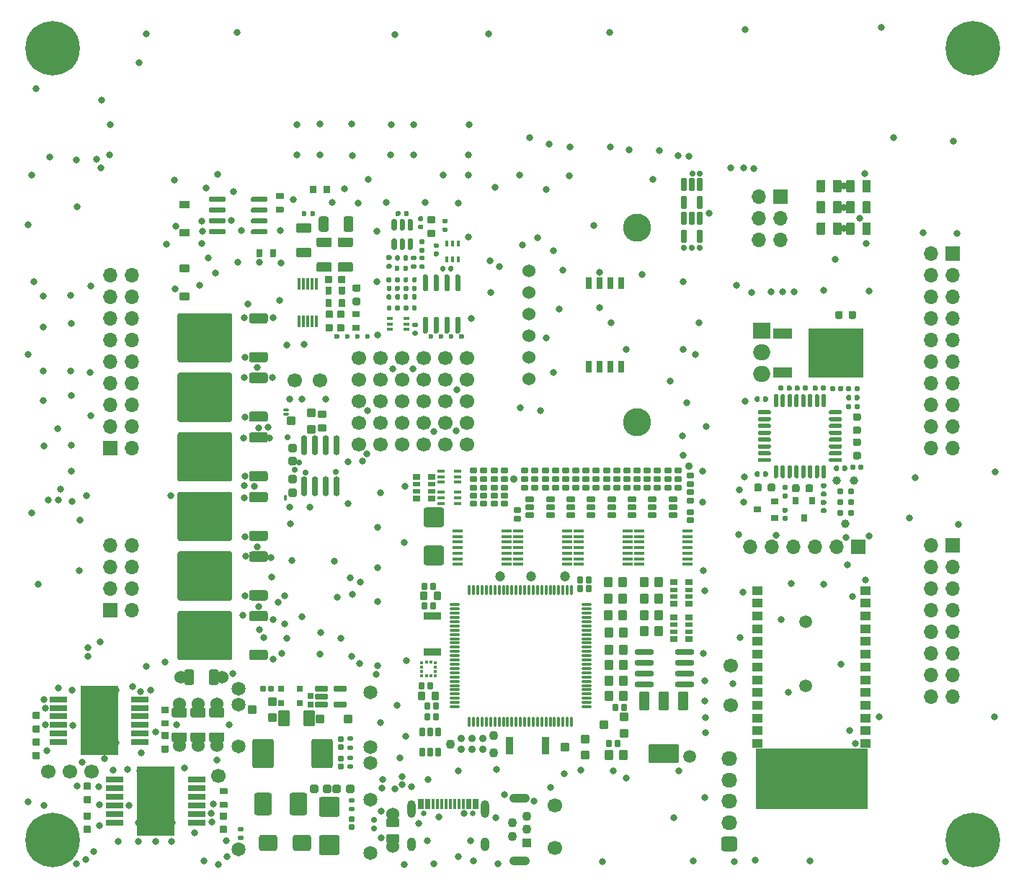
<source format=gts>
G75*
G70*
%OFA0B0*%
%FSLAX25Y25*%
%IPPOS*%
%LPD*%
%AMOC8*
5,1,8,0,0,1.08239X$1,22.5*
%
%AMM116*
21,1,0.027170,0.052760,0.000000,-0.000000,180.000000*
21,1,0.017320,0.062600,0.000000,-0.000000,180.000000*
1,1,0.009840,-0.008660,0.026380*
1,1,0.009840,0.008660,0.026380*
1,1,0.009840,0.008660,-0.026380*
1,1,0.009840,-0.008660,-0.026380*
%
%AMM14*
21,1,0.092130,0.073230,0.000000,0.000000,270.000000*
21,1,0.069290,0.096060,0.000000,0.000000,270.000000*
1,1,0.022840,-0.036610,-0.034650*
1,1,0.022840,-0.036610,0.034650*
1,1,0.022840,0.036610,0.034650*
1,1,0.022840,0.036610,-0.034650*
%
%AMM15*
21,1,0.100000,0.111020,0.000000,0.000000,0.000000*
21,1,0.075590,0.135430,0.000000,0.000000,0.000000*
1,1,0.024410,0.037800,-0.055510*
1,1,0.024410,-0.037800,-0.055510*
1,1,0.024410,-0.037800,0.055510*
1,1,0.024410,0.037800,0.055510*
%
%AMM16*
21,1,0.080320,0.083460,0.000000,0.000000,0.000000*
21,1,0.059840,0.103940,0.000000,0.000000,0.000000*
1,1,0.020470,0.029920,-0.041730*
1,1,0.020470,-0.029920,-0.041730*
1,1,0.020470,-0.029920,0.041730*
1,1,0.020470,0.029920,0.041730*
%
%AMM17*
21,1,0.084250,0.053540,0.000000,0.000000,180.000000*
21,1,0.065350,0.072440,0.000000,0.000000,180.000000*
1,1,0.018900,-0.032680,0.026770*
1,1,0.018900,0.032680,0.026770*
1,1,0.018900,0.032680,-0.026770*
1,1,0.018900,-0.032680,-0.026770*
%
%AMM18*
21,1,0.040950,0.030320,0.000000,0.000000,90.000000*
21,1,0.028350,0.042910,0.000000,0.000000,90.000000*
1,1,0.012600,0.015160,0.014170*
1,1,0.012600,0.015160,-0.014170*
1,1,0.012600,-0.015160,-0.014170*
1,1,0.012600,-0.015160,0.014170*
%
%AMM19*
21,1,0.027170,0.052760,0.000000,0.000000,270.000000*
21,1,0.017320,0.062600,0.000000,0.000000,270.000000*
1,1,0.009840,-0.026380,-0.008660*
1,1,0.009840,-0.026380,0.008660*
1,1,0.009840,0.026380,0.008660*
1,1,0.009840,0.026380,-0.008660*
%
%AMM199*
21,1,0.029530,0.026380,-0.000000,-0.000000,90.000000*
21,1,0.020470,0.035430,-0.000000,-0.000000,90.000000*
1,1,0.009060,0.013190,0.010240*
1,1,0.009060,0.013190,-0.010240*
1,1,0.009060,-0.013190,-0.010240*
1,1,0.009060,-0.013190,0.010240*
%
%AMM20*
21,1,0.041340,0.026770,0.000000,0.000000,0.000000*
21,1,0.029130,0.038980,0.000000,0.000000,0.000000*
1,1,0.012210,0.014570,-0.013390*
1,1,0.012210,-0.014570,-0.013390*
1,1,0.012210,-0.014570,0.013390*
1,1,0.012210,0.014570,0.013390*
%
%AMM200*
21,1,0.021650,0.027950,-0.000000,-0.000000,90.000000*
21,1,0.014170,0.035430,-0.000000,-0.000000,90.000000*
1,1,0.007480,0.013980,0.007090*
1,1,0.007480,0.013980,-0.007090*
1,1,0.007480,-0.013980,-0.007090*
1,1,0.007480,-0.013980,0.007090*
%
%AMM201*
21,1,0.016540,0.028980,-0.000000,-0.000000,270.000000*
21,1,0.010080,0.035430,-0.000000,-0.000000,270.000000*
1,1,0.006460,-0.014490,-0.005040*
1,1,0.006460,-0.014490,0.005040*
1,1,0.006460,0.014490,0.005040*
1,1,0.006460,0.014490,-0.005040*
%
%AMM202*
21,1,0.027560,0.030710,-0.000000,-0.000000,0.000000*
21,1,0.018900,0.039370,-0.000000,-0.000000,0.000000*
1,1,0.008660,0.009450,-0.015350*
1,1,0.008660,-0.009450,-0.015350*
1,1,0.008660,-0.009450,0.015350*
1,1,0.008660,0.009450,0.015350*
%
%AMM203*
21,1,0.031500,0.018900,-0.000000,-0.000000,270.000000*
21,1,0.022840,0.027560,-0.000000,-0.000000,270.000000*
1,1,0.008660,-0.009450,-0.011420*
1,1,0.008660,-0.009450,0.011420*
1,1,0.008660,0.009450,0.011420*
1,1,0.008660,0.009450,-0.011420*
%
%AMM204*
21,1,0.035430,0.072440,-0.000000,-0.000000,270.000000*
21,1,0.025200,0.082680,-0.000000,-0.000000,270.000000*
1,1,0.010240,-0.036220,-0.012600*
1,1,0.010240,-0.036220,0.012600*
1,1,0.010240,0.036220,0.012600*
1,1,0.010240,0.036220,-0.012600*
%
%AMM205*
21,1,0.031500,0.018900,-0.000000,-0.000000,0.000000*
21,1,0.022840,0.027560,-0.000000,-0.000000,0.000000*
1,1,0.008660,0.011420,-0.009450*
1,1,0.008660,-0.011420,-0.009450*
1,1,0.008660,-0.011420,0.009450*
1,1,0.008660,0.011420,0.009450*
%
%AMM206*
21,1,0.027560,0.030710,-0.000000,-0.000000,90.000000*
21,1,0.018900,0.039370,-0.000000,-0.000000,90.000000*
1,1,0.008660,0.015350,0.009450*
1,1,0.008660,0.015350,-0.009450*
1,1,0.008660,-0.015350,-0.009450*
1,1,0.008660,-0.015350,0.009450*
%
%AMM207*
21,1,0.039370,0.030320,-0.000000,-0.000000,90.000000*
21,1,0.028350,0.041340,-0.000000,-0.000000,90.000000*
1,1,0.011020,0.015160,0.014170*
1,1,0.011020,0.015160,-0.014170*
1,1,0.011020,-0.015160,-0.014170*
1,1,0.011020,-0.015160,0.014170*
%
%AMM208*
21,1,0.047240,0.075980,-0.000000,-0.000000,180.000000*
21,1,0.034650,0.088580,-0.000000,-0.000000,180.000000*
1,1,0.012600,-0.017320,0.037990*
1,1,0.012600,0.017320,0.037990*
1,1,0.012600,0.017320,-0.037990*
1,1,0.012600,-0.017320,-0.037990*
%
%AMM209*
21,1,0.043310,0.035430,-0.000000,-0.000000,180.000000*
21,1,0.031500,0.047240,-0.000000,-0.000000,180.000000*
1,1,0.011810,-0.015750,0.017720*
1,1,0.011810,0.015750,0.017720*
1,1,0.011810,0.015750,-0.017720*
1,1,0.011810,-0.015750,-0.017720*
%
%AMM21*
21,1,0.076380,0.036220,0.000000,0.000000,90.000000*
21,1,0.061810,0.050790,0.000000,0.000000,90.000000*
1,1,0.014570,0.018110,0.030910*
1,1,0.014570,0.018110,-0.030910*
1,1,0.014570,-0.018110,-0.030910*
1,1,0.014570,-0.018110,0.030910*
%
%AMM210*
21,1,0.031500,0.030710,-0.000000,-0.000000,180.000000*
21,1,0.022050,0.040160,-0.000000,-0.000000,180.000000*
1,1,0.009450,-0.011020,0.015350*
1,1,0.009450,0.011020,0.015350*
1,1,0.009450,0.011020,-0.015350*
1,1,0.009450,-0.011020,-0.015350*
%
%AMM211*
21,1,0.035430,0.072440,-0.000000,-0.000000,180.000000*
21,1,0.025200,0.082680,-0.000000,-0.000000,180.000000*
1,1,0.010240,-0.012600,0.036220*
1,1,0.010240,0.012600,0.036220*
1,1,0.010240,0.012600,-0.036220*
1,1,0.010240,-0.012600,-0.036220*
%
%AMM212*
21,1,0.141730,0.067720,-0.000000,-0.000000,180.000000*
21,1,0.120870,0.088580,-0.000000,-0.000000,180.000000*
1,1,0.020870,-0.060430,0.033860*
1,1,0.020870,0.060430,0.033860*
1,1,0.020870,0.060430,-0.033860*
1,1,0.020870,-0.060430,-0.033860*
%
%AMM213*
21,1,0.047240,0.075990,-0.000000,-0.000000,180.000000*
21,1,0.034650,0.088580,-0.000000,-0.000000,180.000000*
1,1,0.012600,-0.017320,0.037990*
1,1,0.012600,0.017320,0.037990*
1,1,0.012600,0.017320,-0.037990*
1,1,0.012600,-0.017320,-0.037990*
%
%AMM214*
21,1,0.090550,0.073230,-0.000000,-0.000000,270.000000*
21,1,0.069290,0.094490,-0.000000,-0.000000,270.000000*
1,1,0.021260,-0.036610,-0.034650*
1,1,0.021260,-0.036610,0.034650*
1,1,0.021260,0.036610,0.034650*
1,1,0.021260,0.036610,-0.034650*
%
%AMM22*
21,1,0.038980,0.026770,0.000000,0.000000,0.000000*
21,1,0.026770,0.038980,0.000000,0.000000,0.000000*
1,1,0.012210,0.013390,-0.013390*
1,1,0.012210,-0.013390,-0.013390*
1,1,0.012210,-0.013390,0.013390*
1,1,0.012210,0.013390,0.013390*
%
%AMM23*
21,1,0.021260,0.016540,0.000000,0.000000,270.000000*
21,1,0.012600,0.025200,0.000000,0.000000,270.000000*
1,1,0.008660,-0.008270,-0.006300*
1,1,0.008660,-0.008270,0.006300*
1,1,0.008660,0.008270,0.006300*
1,1,0.008660,0.008270,-0.006300*
%
%AMM24*
21,1,0.029130,0.018900,0.000000,0.000000,90.000000*
21,1,0.018900,0.029130,0.000000,0.000000,90.000000*
1,1,0.010240,0.009450,0.009450*
1,1,0.010240,0.009450,-0.009450*
1,1,0.010240,-0.009450,-0.009450*
1,1,0.010240,-0.009450,0.009450*
%
%AMM25*
21,1,0.025200,0.019680,0.000000,0.000000,0.000000*
21,1,0.015750,0.029130,0.000000,0.000000,0.000000*
1,1,0.009450,0.007870,-0.009840*
1,1,0.009450,-0.007870,-0.009840*
1,1,0.009450,-0.007870,0.009840*
1,1,0.009450,0.007870,0.009840*
%
%AMM252*
21,1,0.040950,0.030320,0.000000,-0.000000,90.000000*
21,1,0.028350,0.042910,0.000000,-0.000000,90.000000*
1,1,0.012600,0.015160,0.014170*
1,1,0.012600,0.015160,-0.014170*
1,1,0.012600,-0.015160,-0.014170*
1,1,0.012600,-0.015160,0.014170*
%
%AMM253*
21,1,0.038980,0.026770,0.000000,-0.000000,270.000000*
21,1,0.026770,0.038980,0.000000,-0.000000,270.000000*
1,1,0.012210,-0.013390,-0.013390*
1,1,0.012210,-0.013390,0.013390*
1,1,0.012210,0.013390,0.013390*
1,1,0.012210,0.013390,-0.013390*
%
%AMM254*
21,1,0.033070,0.030710,0.000000,-0.000000,90.000000*
21,1,0.022050,0.041730,0.000000,-0.000000,90.000000*
1,1,0.011020,0.015350,0.011020*
1,1,0.011020,0.015350,-0.011020*
1,1,0.011020,-0.015350,-0.011020*
1,1,0.011020,-0.015350,0.011020*
%
%AMM26*
21,1,0.025200,0.019680,0.000000,0.000000,270.000000*
21,1,0.015750,0.029130,0.000000,0.000000,270.000000*
1,1,0.009450,-0.009840,-0.007870*
1,1,0.009450,-0.009840,0.007870*
1,1,0.009450,0.009840,0.007870*
1,1,0.009450,0.009840,-0.007870*
%
%ADD11C,0.06693*%
%ADD116M14*%
%ADD117M15*%
%ADD118M16*%
%ADD119M17*%
%ADD120M18*%
%ADD121M19*%
%ADD122M20*%
%ADD123M21*%
%ADD124M22*%
%ADD125M23*%
%ADD126M24*%
%ADD127M25*%
%ADD128M26*%
%ADD129C,0.02913*%
%ADD130C,0.06457*%
%ADD152R,0.02559X0.01575*%
%ADD153R,0.01575X0.02559*%
%ADD156R,0.03543X0.03150*%
%ADD158C,0.05118*%
%ADD160R,0.03150X0.03543*%
%ADD168C,0.03100*%
%ADD171C,0.03900*%
%ADD205O,0.05118X0.01260*%
%ADD206O,0.01260X0.05118*%
%ADD207O,0.04724X0.01575*%
%ADD208C,0.03494*%
%ADD21C,0.03150*%
%ADD211R,0.01772X0.01378*%
%ADD212R,0.01378X0.01772*%
%ADD217O,0.09055X0.02756*%
%ADD22C,0.25197*%
%ADD224C,0.03543*%
%ADD226C,0.04724*%
%ADD227C,0.04294*%
%ADD23C,0.06000*%
%ADD24O,0.07283X0.06693*%
%ADD25C,0.02362*%
%ADD271O,0.02520X0.01535*%
%ADD272O,0.01535X0.02520*%
%ADD297M116*%
%ADD306R,0.01181X0.05512*%
%ADD307R,0.08661X0.04724*%
%ADD308R,0.25197X0.22835*%
%ADD309R,0.07874X0.07500*%
%ADD31R,0.04331X0.04331*%
%ADD310O,0.07874X0.07500*%
%ADD32C,0.04331*%
%ADD33O,0.09449X0.04331*%
%ADD36C,0.05906*%
%ADD408M199*%
%ADD409M200*%
%ADD410M201*%
%ADD411M202*%
%ADD412M203*%
%ADD413M204*%
%ADD414M205*%
%ADD415M206*%
%ADD416M207*%
%ADD417M208*%
%ADD418M209*%
%ADD419M210*%
%ADD420M211*%
%ADD421M212*%
%ADD422M213*%
%ADD423M214*%
%ADD452O,0.02913X0.09213*%
%ADD462M252*%
%ADD463M253*%
%ADD464M254*%
%ADD49O,0.00984X0.01969*%
%ADD51O,0.01969X0.00984*%
%ADD52R,0.05118X0.03937*%
%ADD53R,0.07874X0.02559*%
%ADD54R,0.17717X0.31890*%
%ADD67R,0.01181X0.04528*%
%ADD68O,0.03937X0.08268*%
%ADD69O,0.03937X0.06299*%
%ADD70R,0.06693X0.06693*%
%ADD71O,0.06693X0.06693*%
%ADD72C,0.13000*%
%ADD73R,0.02717X0.05315*%
%ADD78C,0.00472*%
%ADD79C,0.02559*%
X0000000Y0000000D02*
%LPD*%
G01*
D78*
X0390355Y0028504D02*
X0339174Y0028504D01*
X0339174Y0056063D01*
X0390355Y0056063D01*
X0390355Y0028504D01*
G36*
X0390355Y0028504D02*
G01*
X0339174Y0028504D01*
X0339174Y0056063D01*
X0390355Y0056063D01*
X0390355Y0028504D01*
G37*
G36*
G01*
X0380884Y0294119D02*
X0380884Y0299041D01*
G75*
G02*
X0381277Y0299434I0000394J0000000D01*
G01*
X0384427Y0299434D01*
G75*
G02*
X0384821Y0299041I0000000J-000394D01*
G01*
X0384821Y0294119D01*
G75*
G02*
X0384427Y0293726I-000394J0000000D01*
G01*
X0381277Y0293726D01*
G75*
G02*
X0380884Y0294119I0000000J0000394D01*
G01*
G37*
G36*
G01*
X0388364Y0294119D02*
X0388364Y0299041D01*
G75*
G02*
X0388758Y0299434I0000394J0000000D01*
G01*
X0391907Y0299434D01*
G75*
G02*
X0392301Y0299041I0000000J-000394D01*
G01*
X0392301Y0294119D01*
G75*
G02*
X0391907Y0293726I-000394J0000000D01*
G01*
X0388758Y0293726D01*
G75*
G02*
X0388364Y0294119I0000000J0000394D01*
G01*
G37*
G36*
G01*
X0113288Y0295767D02*
X0113288Y0294586D01*
G75*
G02*
X0112697Y0293996I-000591J0000000D01*
G01*
X0106201Y0293996D01*
G75*
G02*
X0105611Y0294586I0000000J0000591D01*
G01*
X0105611Y0295767D01*
G75*
G02*
X0106201Y0296358I0000591J0000000D01*
G01*
X0112697Y0296358D01*
G75*
G02*
X0113288Y0295767I0000000J-000591D01*
G01*
G37*
G36*
G01*
X0113288Y0300767D02*
X0113288Y0299586D01*
G75*
G02*
X0112697Y0298996I-000591J0000000D01*
G01*
X0106201Y0298996D01*
G75*
G02*
X0105611Y0299586I0000000J0000591D01*
G01*
X0105611Y0300767D01*
G75*
G02*
X0106201Y0301358I0000591J0000000D01*
G01*
X0112697Y0301358D01*
G75*
G02*
X0113288Y0300767I0000000J-000591D01*
G01*
G37*
G36*
G01*
X0113288Y0305767D02*
X0113288Y0304586D01*
G75*
G02*
X0112697Y0303996I-000591J0000000D01*
G01*
X0106201Y0303996D01*
G75*
G02*
X0105611Y0304586I0000000J0000591D01*
G01*
X0105611Y0305767D01*
G75*
G02*
X0106201Y0306358I0000591J0000000D01*
G01*
X0112697Y0306358D01*
G75*
G02*
X0113288Y0305767I0000000J-000591D01*
G01*
G37*
G36*
G01*
X0113288Y0310767D02*
X0113288Y0309586D01*
G75*
G02*
X0112697Y0308996I-000591J0000000D01*
G01*
X0106201Y0308996D01*
G75*
G02*
X0105611Y0309586I0000000J0000591D01*
G01*
X0105611Y0310767D01*
G75*
G02*
X0106201Y0311358I0000591J0000000D01*
G01*
X0112697Y0311358D01*
G75*
G02*
X0113288Y0310767I0000000J-000591D01*
G01*
G37*
G36*
G01*
X0093800Y0310767D02*
X0093800Y0309586D01*
G75*
G02*
X0093209Y0308996I-000591J0000000D01*
G01*
X0086713Y0308996D01*
G75*
G02*
X0086122Y0309586I0000000J0000591D01*
G01*
X0086122Y0310767D01*
G75*
G02*
X0086713Y0311358I0000591J0000000D01*
G01*
X0093209Y0311358D01*
G75*
G02*
X0093800Y0310767I0000000J-000591D01*
G01*
G37*
G36*
G01*
X0093800Y0305767D02*
X0093800Y0304586D01*
G75*
G02*
X0093209Y0303996I-000591J0000000D01*
G01*
X0086713Y0303996D01*
G75*
G02*
X0086122Y0304586I0000000J0000591D01*
G01*
X0086122Y0305767D01*
G75*
G02*
X0086713Y0306358I0000591J0000000D01*
G01*
X0093209Y0306358D01*
G75*
G02*
X0093800Y0305767I0000000J-000591D01*
G01*
G37*
G36*
G01*
X0093800Y0300767D02*
X0093800Y0299586D01*
G75*
G02*
X0093209Y0298996I-000591J0000000D01*
G01*
X0086713Y0298996D01*
G75*
G02*
X0086122Y0299586I0000000J0000591D01*
G01*
X0086122Y0300767D01*
G75*
G02*
X0086713Y0301358I0000591J0000000D01*
G01*
X0093209Y0301358D01*
G75*
G02*
X0093800Y0300767I0000000J-000591D01*
G01*
G37*
G36*
G01*
X0093800Y0295767D02*
X0093800Y0294586D01*
G75*
G02*
X0093209Y0293996I-000591J0000000D01*
G01*
X0086713Y0293996D01*
G75*
G02*
X0086122Y0294586I0000000J0000591D01*
G01*
X0086122Y0295767D01*
G75*
G02*
X0086713Y0296358I0000591J0000000D01*
G01*
X0093209Y0296358D01*
G75*
G02*
X0093800Y0295767I0000000J-000591D01*
G01*
G37*
G36*
G01*
X0028583Y0040275D02*
X0031260Y0040275D01*
G75*
G02*
X0031595Y0039941I0000000J-000335D01*
G01*
X0031595Y0037263D01*
G75*
G02*
X0031260Y0036929I-000335J0000000D01*
G01*
X0028583Y0036929D01*
G75*
G02*
X0028248Y0037263I0000000J0000335D01*
G01*
X0028248Y0039941D01*
G75*
G02*
X0028583Y0040275I0000335J0000000D01*
G01*
G37*
G36*
G01*
X0028583Y0034055D02*
X0031260Y0034055D01*
G75*
G02*
X0031595Y0033720I0000000J-000335D01*
G01*
X0031595Y0031043D01*
G75*
G02*
X0031260Y0030708I-000335J0000000D01*
G01*
X0028583Y0030708D01*
G75*
G02*
X0028248Y0031043I0000000J0000335D01*
G01*
X0028248Y0033720D01*
G75*
G02*
X0028583Y0034055I0000335J0000000D01*
G01*
G37*
G36*
G01*
X0380884Y0303962D02*
X0380884Y0308883D01*
G75*
G02*
X0381277Y0309277I0000394J0000000D01*
G01*
X0384427Y0309277D01*
G75*
G02*
X0384821Y0308883I0000000J-000394D01*
G01*
X0384821Y0303962D01*
G75*
G02*
X0384427Y0303568I-000394J0000000D01*
G01*
X0381277Y0303568D01*
G75*
G02*
X0380884Y0303962I0000000J0000394D01*
G01*
G37*
G36*
G01*
X0388364Y0303962D02*
X0388364Y0308883D01*
G75*
G02*
X0388758Y0309277I0000394J0000000D01*
G01*
X0391907Y0309277D01*
G75*
G02*
X0392301Y0308883I0000000J-000394D01*
G01*
X0392301Y0303962D01*
G75*
G02*
X0391907Y0303568I-000394J0000000D01*
G01*
X0388758Y0303568D01*
G75*
G02*
X0388364Y0303962I0000000J0000394D01*
G01*
G37*
G36*
G01*
X0113386Y0155846D02*
X0113386Y0153090D01*
G75*
G02*
X0112402Y0152106I-000984J0000000D01*
G01*
X0105709Y0152106D01*
G75*
G02*
X0104725Y0153090I0000000J0000984D01*
G01*
X0104725Y0155846D01*
G75*
G02*
X0105709Y0156830I0000984J0000000D01*
G01*
X0112402Y0156830D01*
G75*
G02*
X0113386Y0155846I0000000J-000984D01*
G01*
G37*
G36*
G01*
X0096851Y0173878D02*
X0096851Y0153011D01*
G75*
G02*
X0095867Y0152027I-000984J0000000D01*
G01*
X0072638Y0152027D01*
G75*
G02*
X0071654Y0153011I0000000J0000984D01*
G01*
X0071654Y0173878D01*
G75*
G02*
X0072638Y0174862I0000984J0000000D01*
G01*
X0095867Y0174862D01*
G75*
G02*
X0096851Y0173878I0000000J-000984D01*
G01*
G37*
G36*
G01*
X0113386Y0173799D02*
X0113386Y0171043D01*
G75*
G02*
X0112402Y0170059I-000984J0000000D01*
G01*
X0105709Y0170059D01*
G75*
G02*
X0104725Y0171043I0000000J0000984D01*
G01*
X0104725Y0173799D01*
G75*
G02*
X0105709Y0174783I0000984J0000000D01*
G01*
X0112402Y0174783D01*
G75*
G02*
X0113386Y0173799I0000000J-000984D01*
G01*
G37*
D11*
X0327559Y0076043D03*
D21*
X0439359Y0389500D03*
X0446041Y0386732D03*
X0432678Y0386732D03*
X0448808Y0380051D03*
D22*
X0439359Y0380051D03*
D21*
X0429911Y0380051D03*
X0446041Y0373370D03*
X0432678Y0373370D03*
X0439359Y0370602D03*
G36*
G01*
X0113386Y0238523D02*
X0113386Y0235767D01*
G75*
G02*
X0112402Y0234783I-000984J0000000D01*
G01*
X0105709Y0234783D01*
G75*
G02*
X0104725Y0235767I0000000J0000984D01*
G01*
X0104725Y0238523D01*
G75*
G02*
X0105709Y0239508I0000984J0000000D01*
G01*
X0112402Y0239508D01*
G75*
G02*
X0113386Y0238523I0000000J-000984D01*
G01*
G37*
G36*
G01*
X0096851Y0256555D02*
X0096851Y0235689D01*
G75*
G02*
X0095867Y0234704I-000984J0000000D01*
G01*
X0072638Y0234704D01*
G75*
G02*
X0071654Y0235689I0000000J0000984D01*
G01*
X0071654Y0256555D01*
G75*
G02*
X0072638Y0257539I0000984J0000000D01*
G01*
X0095867Y0257539D01*
G75*
G02*
X0096851Y0256555I0000000J-000984D01*
G01*
G37*
G36*
G01*
X0113386Y0256476D02*
X0113386Y0253720D01*
G75*
G02*
X0112402Y0252736I-000984J0000000D01*
G01*
X0105709Y0252736D01*
G75*
G02*
X0104725Y0253720I0000000J0000984D01*
G01*
X0104725Y0256476D01*
G75*
G02*
X0105709Y0257460I0000984J0000000D01*
G01*
X0112402Y0257460D01*
G75*
G02*
X0113386Y0256476I0000000J-000984D01*
G01*
G37*
G36*
G01*
X0113386Y0210964D02*
X0113386Y0208208D01*
G75*
G02*
X0112402Y0207224I-000984J0000000D01*
G01*
X0105709Y0207224D01*
G75*
G02*
X0104725Y0208208I0000000J0000984D01*
G01*
X0104725Y0210964D01*
G75*
G02*
X0105709Y0211949I0000984J0000000D01*
G01*
X0112402Y0211949D01*
G75*
G02*
X0113386Y0210964I0000000J-000984D01*
G01*
G37*
G36*
G01*
X0096851Y0228996D02*
X0096851Y0208130D01*
G75*
G02*
X0095867Y0207145I-000984J0000000D01*
G01*
X0072638Y0207145D01*
G75*
G02*
X0071654Y0208130I0000000J0000984D01*
G01*
X0071654Y0228996D01*
G75*
G02*
X0072638Y0229980I0000984J0000000D01*
G01*
X0095867Y0229980D01*
G75*
G02*
X0096851Y0228996I0000000J-000984D01*
G01*
G37*
G36*
G01*
X0113386Y0228917D02*
X0113386Y0226161D01*
G75*
G02*
X0112402Y0225177I-000984J0000000D01*
G01*
X0105709Y0225177D01*
G75*
G02*
X0104725Y0226161I0000000J0000984D01*
G01*
X0104725Y0228917D01*
G75*
G02*
X0105709Y0229901I0000984J0000000D01*
G01*
X0112402Y0229901D01*
G75*
G02*
X0113386Y0228917I0000000J-000984D01*
G01*
G37*
D11*
X0125985Y0226437D03*
G36*
G01*
X0091575Y0026496D02*
X0094252Y0026496D01*
G75*
G02*
X0094587Y0026161I0000000J-000335D01*
G01*
X0094587Y0023484D01*
G75*
G02*
X0094252Y0023149I-000335J0000000D01*
G01*
X0091575Y0023149D01*
G75*
G02*
X0091241Y0023484I0000000J0000335D01*
G01*
X0091241Y0026161D01*
G75*
G02*
X0091575Y0026496I0000335J0000000D01*
G01*
G37*
G36*
G01*
X0091575Y0020275D02*
X0094252Y0020275D01*
G75*
G02*
X0094587Y0019941I0000000J-000335D01*
G01*
X0094587Y0017263D01*
G75*
G02*
X0094252Y0016929I-000335J0000000D01*
G01*
X0091575Y0016929D01*
G75*
G02*
X0091241Y0017263I0000000J0000335D01*
G01*
X0091241Y0019941D01*
G75*
G02*
X0091575Y0020275I0000335J0000000D01*
G01*
G37*
G36*
G01*
X0142057Y0316260D02*
X0142057Y0313189D01*
G75*
G02*
X0141782Y0312913I-000276J0000000D01*
G01*
X0139577Y0312913D01*
G75*
G02*
X0139302Y0313189I0000000J0000276D01*
G01*
X0139302Y0316260D01*
G75*
G02*
X0139577Y0316535I0000276J0000000D01*
G01*
X0141782Y0316535D01*
G75*
G02*
X0142057Y0316260I0000000J-000276D01*
G01*
G37*
G36*
G01*
X0135758Y0316260D02*
X0135758Y0313189D01*
G75*
G02*
X0135483Y0312913I-000276J0000000D01*
G01*
X0133278Y0312913D01*
G75*
G02*
X0133002Y0313189I0000000J0000276D01*
G01*
X0133002Y0316260D01*
G75*
G02*
X0133278Y0316535I0000276J0000000D01*
G01*
X0135483Y0316535D01*
G75*
G02*
X0135758Y0316260I0000000J-000276D01*
G01*
G37*
X0137402Y0226437D03*
G36*
G01*
X0064508Y0063740D02*
X0067185Y0063740D01*
G75*
G02*
X0067520Y0063405I0000000J-000335D01*
G01*
X0067520Y0060728D01*
G75*
G02*
X0067185Y0060393I-000335J0000000D01*
G01*
X0064508Y0060393D01*
G75*
G02*
X0064174Y0060728I0000000J0000335D01*
G01*
X0064174Y0063405D01*
G75*
G02*
X0064508Y0063740I0000335J0000000D01*
G01*
G37*
G36*
G01*
X0064508Y0057519D02*
X0067185Y0057519D01*
G75*
G02*
X0067520Y0057185I0000000J-000335D01*
G01*
X0067520Y0054508D01*
G75*
G02*
X0067185Y0054173I-000335J0000000D01*
G01*
X0064508Y0054173D01*
G75*
G02*
X0064174Y0054508I0000000J0000335D01*
G01*
X0064174Y0057185D01*
G75*
G02*
X0064508Y0057519I0000335J0000000D01*
G01*
G37*
X0021811Y0045334D03*
D21*
X0004331Y0379980D03*
X0007099Y0386661D03*
X0007099Y0373299D03*
X0013780Y0389429D03*
D22*
X0013780Y0379980D03*
D21*
X0013780Y0370531D03*
X0020461Y0386661D03*
X0020461Y0373299D03*
X0023229Y0379980D03*
D23*
X0072441Y0076634D03*
G36*
G01*
X0068898Y0071338D02*
X0068898Y0074055D01*
G75*
G02*
X0069804Y0074960I0000906J0000000D01*
G01*
X0075079Y0074960D01*
G75*
G02*
X0075985Y0074055I0000000J-000906D01*
G01*
X0075985Y0071338D01*
G75*
G02*
X0075079Y0070433I-000906J0000000D01*
G01*
X0069804Y0070433D01*
G75*
G02*
X0068898Y0071338I0000000J0000906D01*
G01*
G37*
G36*
G01*
X0068898Y0059921D02*
X0068898Y0062637D01*
G75*
G02*
X0069804Y0063543I0000906J0000000D01*
G01*
X0075079Y0063543D01*
G75*
G02*
X0075985Y0062637I0000000J-000906D01*
G01*
X0075985Y0059921D01*
G75*
G02*
X0075079Y0059015I-000906J0000000D01*
G01*
X0069804Y0059015D01*
G75*
G02*
X0068898Y0059921I0000000J0000906D01*
G01*
G37*
X0072441Y0057342D03*
G36*
G01*
X0367301Y0294119D02*
X0367301Y0299041D01*
G75*
G02*
X0367695Y0299434I0000394J0000000D01*
G01*
X0370844Y0299434D01*
G75*
G02*
X0371238Y0299041I0000000J-000394D01*
G01*
X0371238Y0294119D01*
G75*
G02*
X0370844Y0293726I-000394J0000000D01*
G01*
X0367695Y0293726D01*
G75*
G02*
X0367301Y0294119I0000000J0000394D01*
G01*
G37*
G36*
G01*
X0374781Y0294119D02*
X0374781Y0299041D01*
G75*
G02*
X0375175Y0299434I0000394J0000000D01*
G01*
X0378325Y0299434D01*
G75*
G02*
X0378719Y0299041I0000000J-000394D01*
G01*
X0378719Y0294119D01*
G75*
G02*
X0378325Y0293726I-000394J0000000D01*
G01*
X0375175Y0293726D01*
G75*
G02*
X0374781Y0294119I0000000J0000394D01*
G01*
G37*
G36*
G01*
X0004961Y0072952D02*
X0007638Y0072952D01*
G75*
G02*
X0007973Y0072618I0000000J-000335D01*
G01*
X0007973Y0069941D01*
G75*
G02*
X0007638Y0069606I-000335J0000000D01*
G01*
X0004961Y0069606D01*
G75*
G02*
X0004626Y0069941I0000000J0000335D01*
G01*
X0004626Y0072618D01*
G75*
G02*
X0004961Y0072952I0000335J0000000D01*
G01*
G37*
G36*
G01*
X0004961Y0066732D02*
X0007638Y0066732D01*
G75*
G02*
X0007973Y0066397I0000000J-000335D01*
G01*
X0007973Y0063720D01*
G75*
G02*
X0007638Y0063386I-000335J0000000D01*
G01*
X0004961Y0063386D01*
G75*
G02*
X0004626Y0063720I0000000J0000335D01*
G01*
X0004626Y0066397D01*
G75*
G02*
X0004961Y0066732I0000335J0000000D01*
G01*
G37*
G36*
G01*
X0329430Y0008523D02*
X0324115Y0008523D01*
G75*
G02*
X0323130Y0009508I0000000J0000984D01*
G01*
X0323130Y0014232D01*
G75*
G02*
X0324115Y0015216I0000984J0000000D01*
G01*
X0329430Y0015216D01*
G75*
G02*
X0330414Y0014232I0000000J-000984D01*
G01*
X0330414Y0009508D01*
G75*
G02*
X0329430Y0008523I-000984J0000000D01*
G01*
G37*
D24*
X0326772Y0021712D03*
X0326772Y0031555D03*
X0326772Y0041397D03*
X0326772Y0051240D03*
D11*
X0246063Y0029586D03*
D21*
X0004331Y0013838D03*
X0007099Y0020520D03*
X0007099Y0007157D03*
X0013780Y0023287D03*
D22*
X0013780Y0013838D03*
D21*
X0013780Y0004389D03*
X0020461Y0020520D03*
X0020461Y0007157D03*
X0023229Y0013838D03*
X0448879Y0013881D03*
X0446112Y0007199D03*
X0446112Y0020562D03*
X0439430Y0004432D03*
D22*
X0439430Y0013881D03*
D21*
X0439430Y0023330D03*
X0432749Y0007199D03*
X0432749Y0020562D03*
X0429981Y0013881D03*
D25*
X0193603Y0246811D03*
X0188878Y0246811D03*
X0198327Y0246811D03*
X0203052Y0246811D03*
X0177619Y0303602D03*
X0173681Y0303602D03*
G36*
G01*
X0117126Y0286830D02*
X0117126Y0283760D01*
G75*
G02*
X0116851Y0283484I-000276J0000000D01*
G01*
X0114646Y0283484D01*
G75*
G02*
X0114370Y0283760I0000000J0000276D01*
G01*
X0114370Y0286830D01*
G75*
G02*
X0114646Y0287106I0000276J0000000D01*
G01*
X0116851Y0287106D01*
G75*
G02*
X0117126Y0286830I0000000J-000276D01*
G01*
G37*
G36*
G01*
X0110827Y0286830D02*
X0110827Y0283760D01*
G75*
G02*
X0110552Y0283484I-000276J0000000D01*
G01*
X0108347Y0283484D01*
G75*
G02*
X0108071Y0283760I0000000J0000276D01*
G01*
X0108071Y0286830D01*
G75*
G02*
X0108347Y0287106I0000276J0000000D01*
G01*
X0110552Y0287106D01*
G75*
G02*
X0110827Y0286830I0000000J-000276D01*
G01*
G37*
D11*
X0011811Y0045334D03*
D31*
X0233268Y0012263D03*
D32*
X0226378Y0015413D03*
X0233268Y0018563D03*
X0226378Y0021712D03*
X0233268Y0024862D03*
D33*
X0229823Y0004193D03*
X0229823Y0032933D03*
D23*
X0081103Y0076634D03*
G36*
G01*
X0077559Y0071338D02*
X0077559Y0074055D01*
G75*
G02*
X0078465Y0074960I0000906J0000000D01*
G01*
X0083741Y0074960D01*
G75*
G02*
X0084646Y0074055I0000000J-000906D01*
G01*
X0084646Y0071338D01*
G75*
G02*
X0083741Y0070433I-000906J0000000D01*
G01*
X0078465Y0070433D01*
G75*
G02*
X0077559Y0071338I0000000J0000906D01*
G01*
G37*
G36*
G01*
X0077559Y0059921D02*
X0077559Y0062637D01*
G75*
G02*
X0078465Y0063543I0000906J0000000D01*
G01*
X0083741Y0063543D01*
G75*
G02*
X0084646Y0062637I0000000J-000906D01*
G01*
X0084646Y0059921D01*
G75*
G02*
X0083741Y0059015I-000906J0000000D01*
G01*
X0078465Y0059015D01*
G75*
G02*
X0077559Y0059921I0000000J0000906D01*
G01*
G37*
X0081103Y0057342D03*
D25*
X0313288Y0287952D03*
X0309548Y0287952D03*
X0305807Y0287952D03*
X0309744Y0322204D03*
X0313288Y0322204D03*
G36*
G01*
X0031260Y0016929D02*
X0028583Y0016929D01*
G75*
G02*
X0028248Y0017263I0000000J0000335D01*
G01*
X0028248Y0019941D01*
G75*
G02*
X0028583Y0020275I0000335J0000000D01*
G01*
X0031260Y0020275D01*
G75*
G02*
X0031595Y0019941I0000000J-000335D01*
G01*
X0031595Y0017263D01*
G75*
G02*
X0031260Y0016929I-000335J0000000D01*
G01*
G37*
G36*
G01*
X0031260Y0023149D02*
X0028583Y0023149D01*
G75*
G02*
X0028248Y0023484I0000000J0000335D01*
G01*
X0028248Y0026161D01*
G75*
G02*
X0028583Y0026496I0000335J0000000D01*
G01*
X0031260Y0026496D01*
G75*
G02*
X0031595Y0026161I0000000J-000335D01*
G01*
X0031595Y0023484D01*
G75*
G02*
X0031260Y0023149I-000335J0000000D01*
G01*
G37*
D11*
X0090552Y0043366D03*
D36*
X0160926Y0082047D03*
X0160926Y0056850D03*
X0160926Y0049370D03*
X0160926Y0032441D03*
D25*
X0162697Y0022992D03*
X0162697Y0019055D03*
D36*
X0160926Y0007834D03*
X0099902Y0083819D03*
X0099902Y0076535D03*
X0099902Y0057047D03*
X0099902Y0009606D03*
G36*
G01*
X0113386Y0100728D02*
X0113386Y0097972D01*
G75*
G02*
X0112402Y0096988I-000984J0000000D01*
G01*
X0105709Y0096988D01*
G75*
G02*
X0104725Y0097972I0000000J0000984D01*
G01*
X0104725Y0100728D01*
G75*
G02*
X0105709Y0101712I0000984J0000000D01*
G01*
X0112402Y0101712D01*
G75*
G02*
X0113386Y0100728I0000000J-000984D01*
G01*
G37*
G36*
G01*
X0096851Y0118760D02*
X0096851Y0097893D01*
G75*
G02*
X0095867Y0096909I-000984J0000000D01*
G01*
X0072638Y0096909D01*
G75*
G02*
X0071654Y0097893I0000000J0000984D01*
G01*
X0071654Y0118760D01*
G75*
G02*
X0072638Y0119744I0000984J0000000D01*
G01*
X0095867Y0119744D01*
G75*
G02*
X0096851Y0118760I0000000J-000984D01*
G01*
G37*
G36*
G01*
X0113386Y0118681D02*
X0113386Y0115925D01*
G75*
G02*
X0112402Y0114941I-000984J0000000D01*
G01*
X0105709Y0114941D01*
G75*
G02*
X0104725Y0115925I0000000J0000984D01*
G01*
X0104725Y0118681D01*
G75*
G02*
X0105709Y0119665I0000984J0000000D01*
G01*
X0112402Y0119665D01*
G75*
G02*
X0113386Y0118681I0000000J-000984D01*
G01*
G37*
D49*
X0121654Y0172008D03*
D51*
X0121851Y0212756D03*
X0121851Y0210787D03*
D25*
X0125985Y0185000D03*
X0128052Y0188445D03*
X0131004Y0183819D03*
X0144981Y0184114D03*
G36*
G01*
X0064311Y0075295D02*
X0067382Y0075295D01*
G75*
G02*
X0067658Y0075019I0000000J-000276D01*
G01*
X0067658Y0072815D01*
G75*
G02*
X0067382Y0072539I-000276J0000000D01*
G01*
X0064311Y0072539D01*
G75*
G02*
X0064036Y0072815I0000000J0000276D01*
G01*
X0064036Y0075019D01*
G75*
G02*
X0064311Y0075295I0000276J0000000D01*
G01*
G37*
G36*
G01*
X0064311Y0068996D02*
X0067382Y0068996D01*
G75*
G02*
X0067658Y0068720I0000000J-000276D01*
G01*
X0067658Y0066515D01*
G75*
G02*
X0067382Y0066240I-000276J0000000D01*
G01*
X0064311Y0066240D01*
G75*
G02*
X0064036Y0066515I0000000J0000276D01*
G01*
X0064036Y0068720D01*
G75*
G02*
X0064311Y0068996I0000276J0000000D01*
G01*
G37*
G36*
G01*
X0113386Y0183405D02*
X0113386Y0180649D01*
G75*
G02*
X0112402Y0179665I-000984J0000000D01*
G01*
X0105709Y0179665D01*
G75*
G02*
X0104725Y0180649I0000000J0000984D01*
G01*
X0104725Y0183405D01*
G75*
G02*
X0105709Y0184389I0000984J0000000D01*
G01*
X0112402Y0184389D01*
G75*
G02*
X0113386Y0183405I0000000J-000984D01*
G01*
G37*
G36*
G01*
X0096851Y0201437D02*
X0096851Y0180571D01*
G75*
G02*
X0095867Y0179586I-000984J0000000D01*
G01*
X0072638Y0179586D01*
G75*
G02*
X0071654Y0180571I0000000J0000984D01*
G01*
X0071654Y0201437D01*
G75*
G02*
X0072638Y0202421I0000984J0000000D01*
G01*
X0095867Y0202421D01*
G75*
G02*
X0096851Y0201437I0000000J-000984D01*
G01*
G37*
G36*
G01*
X0113386Y0201358D02*
X0113386Y0198602D01*
G75*
G02*
X0112402Y0197618I-000984J0000000D01*
G01*
X0105709Y0197618D01*
G75*
G02*
X0104725Y0198602I0000000J0000984D01*
G01*
X0104725Y0201358D01*
G75*
G02*
X0105709Y0202342I0000984J0000000D01*
G01*
X0112402Y0202342D01*
G75*
G02*
X0113386Y0201358I0000000J-000984D01*
G01*
G37*
D52*
X0389764Y0058326D03*
X0389764Y0064232D03*
X0389764Y0070137D03*
X0389764Y0076043D03*
X0389764Y0081949D03*
X0389764Y0087854D03*
X0389764Y0093760D03*
X0389764Y0099665D03*
X0389764Y0105571D03*
X0389764Y0111476D03*
X0389764Y0117382D03*
X0389764Y0123287D03*
X0389764Y0129193D03*
X0339764Y0129193D03*
X0339764Y0123287D03*
X0339764Y0117382D03*
X0339764Y0111476D03*
X0339764Y0105571D03*
X0339764Y0099665D03*
X0339764Y0093760D03*
X0339764Y0087854D03*
X0339764Y0081949D03*
X0339764Y0076043D03*
X0339764Y0070137D03*
X0339764Y0064232D03*
X0339764Y0058326D03*
G36*
G01*
X0367301Y0313804D02*
X0367301Y0318726D01*
G75*
G02*
X0367695Y0319119I0000394J0000000D01*
G01*
X0370844Y0319119D01*
G75*
G02*
X0371238Y0318726I0000000J-000394D01*
G01*
X0371238Y0313804D01*
G75*
G02*
X0370844Y0313411I-000394J0000000D01*
G01*
X0367695Y0313411D01*
G75*
G02*
X0367301Y0313804I0000000J0000394D01*
G01*
G37*
G36*
G01*
X0374781Y0313804D02*
X0374781Y0318726D01*
G75*
G02*
X0375175Y0319119I0000394J0000000D01*
G01*
X0378325Y0319119D01*
G75*
G02*
X0378719Y0318726I0000000J-000394D01*
G01*
X0378719Y0313804D01*
G75*
G02*
X0378325Y0313411I-000394J0000000D01*
G01*
X0375175Y0313411D01*
G75*
G02*
X0374781Y0313804I0000000J0000394D01*
G01*
G37*
D23*
X0089764Y0076634D03*
G36*
G01*
X0086221Y0071338D02*
X0086221Y0074055D01*
G75*
G02*
X0087126Y0074960I0000906J0000000D01*
G01*
X0092402Y0074960D01*
G75*
G02*
X0093307Y0074055I0000000J-000906D01*
G01*
X0093307Y0071338D01*
G75*
G02*
X0092402Y0070433I-000906J0000000D01*
G01*
X0087126Y0070433D01*
G75*
G02*
X0086221Y0071338I0000000J0000906D01*
G01*
G37*
G36*
G01*
X0086221Y0059921D02*
X0086221Y0062637D01*
G75*
G02*
X0087126Y0063543I0000906J0000000D01*
G01*
X0092402Y0063543D01*
G75*
G02*
X0093307Y0062637I0000000J-000906D01*
G01*
X0093307Y0059921D01*
G75*
G02*
X0092402Y0059015I-000906J0000000D01*
G01*
X0087126Y0059015D01*
G75*
G02*
X0086221Y0059921I0000000J0000906D01*
G01*
G37*
X0089764Y0057342D03*
D11*
X0155512Y0196752D03*
X0155512Y0206752D03*
X0155512Y0216752D03*
X0155512Y0226752D03*
X0155512Y0236752D03*
X0165512Y0196752D03*
X0165512Y0206752D03*
X0165512Y0216752D03*
X0165512Y0226752D03*
X0165512Y0236752D03*
X0175512Y0196752D03*
X0175512Y0206752D03*
X0175512Y0216752D03*
X0175512Y0226752D03*
X0175512Y0236752D03*
X0246063Y0009901D03*
D23*
X0171160Y0025549D03*
G36*
G01*
X0168700Y0023758D02*
X0173621Y0023758D01*
G75*
G02*
X0174015Y0023364I0000000J-000394D01*
G01*
X0174015Y0020215D01*
G75*
G02*
X0173621Y0019821I-000394J0000000D01*
G01*
X0168700Y0019821D01*
G75*
G02*
X0168306Y0020215I0000000J0000394D01*
G01*
X0168306Y0023364D01*
G75*
G02*
X0168700Y0023758I0000394J0000000D01*
G01*
G37*
G36*
G01*
X0168700Y0016278D02*
X0173621Y0016278D01*
G75*
G02*
X0174015Y0015884I0000000J-000394D01*
G01*
X0174015Y0012734D01*
G75*
G02*
X0173621Y0012341I-000394J0000000D01*
G01*
X0168700Y0012341D01*
G75*
G02*
X0168306Y0012734I0000000J0000394D01*
G01*
X0168306Y0015884D01*
G75*
G02*
X0168700Y0016278I0000394J0000000D01*
G01*
G37*
X0171160Y0010549D03*
G36*
G01*
X0117363Y0313051D02*
X0120433Y0313051D01*
G75*
G02*
X0120709Y0312775I0000000J-000276D01*
G01*
X0120709Y0310571D01*
G75*
G02*
X0120433Y0310295I-000276J0000000D01*
G01*
X0117363Y0310295D01*
G75*
G02*
X0117087Y0310571I0000000J0000276D01*
G01*
X0117087Y0312775D01*
G75*
G02*
X0117363Y0313051I0000276J0000000D01*
G01*
G37*
G36*
G01*
X0117363Y0306752D02*
X0120433Y0306752D01*
G75*
G02*
X0120709Y0306476I0000000J-000276D01*
G01*
X0120709Y0304271D01*
G75*
G02*
X0120433Y0303996I-000276J0000000D01*
G01*
X0117363Y0303996D01*
G75*
G02*
X0117087Y0304271I0000000J0000276D01*
G01*
X0117087Y0306476D01*
G75*
G02*
X0117363Y0306752I0000276J0000000D01*
G01*
G37*
G36*
G01*
X0076811Y0292972D02*
X0072796Y0292972D01*
G75*
G02*
X0072441Y0293326I0000000J0000354D01*
G01*
X0072441Y0296161D01*
G75*
G02*
X0072796Y0296515I0000354J0000000D01*
G01*
X0076811Y0296515D01*
G75*
G02*
X0077166Y0296161I0000000J-000354D01*
G01*
X0077166Y0293326D01*
G75*
G02*
X0076811Y0292972I-000354J0000000D01*
G01*
G37*
G36*
G01*
X0076811Y0305964D02*
X0072796Y0305964D01*
G75*
G02*
X0072441Y0306319I0000000J0000354D01*
G01*
X0072441Y0309153D01*
G75*
G02*
X0072796Y0309508I0000354J0000000D01*
G01*
X0076811Y0309508D01*
G75*
G02*
X0077166Y0309153I0000000J-000354D01*
G01*
X0077166Y0306319D01*
G75*
G02*
X0076811Y0305964I-000354J0000000D01*
G01*
G37*
G36*
G01*
X0380884Y0313804D02*
X0380884Y0318726D01*
G75*
G02*
X0381277Y0319119I0000394J0000000D01*
G01*
X0384427Y0319119D01*
G75*
G02*
X0384821Y0318726I0000000J-000394D01*
G01*
X0384821Y0313804D01*
G75*
G02*
X0384427Y0313411I-000394J0000000D01*
G01*
X0381277Y0313411D01*
G75*
G02*
X0380884Y0313804I0000000J0000394D01*
G01*
G37*
G36*
G01*
X0388364Y0313804D02*
X0388364Y0318726D01*
G75*
G02*
X0388758Y0319119I0000394J0000000D01*
G01*
X0391907Y0319119D01*
G75*
G02*
X0392301Y0318726I0000000J-000394D01*
G01*
X0392301Y0313804D01*
G75*
G02*
X0391907Y0313411I-000394J0000000D01*
G01*
X0388758Y0313411D01*
G75*
G02*
X0388364Y0313804I0000000J0000394D01*
G01*
G37*
G36*
G01*
X0367301Y0303962D02*
X0367301Y0308883D01*
G75*
G02*
X0367695Y0309277I0000394J0000000D01*
G01*
X0370844Y0309277D01*
G75*
G02*
X0371238Y0308883I0000000J-000394D01*
G01*
X0371238Y0303962D01*
G75*
G02*
X0370844Y0303568I-000394J0000000D01*
G01*
X0367695Y0303568D01*
G75*
G02*
X0367301Y0303962I0000000J0000394D01*
G01*
G37*
G36*
G01*
X0374781Y0303962D02*
X0374781Y0308883D01*
G75*
G02*
X0375175Y0309277I0000394J0000000D01*
G01*
X0378325Y0309277D01*
G75*
G02*
X0378719Y0308883I0000000J-000394D01*
G01*
X0378719Y0303962D01*
G75*
G02*
X0378325Y0303568I-000394J0000000D01*
G01*
X0375175Y0303568D01*
G75*
G02*
X0374781Y0303962I0000000J0000394D01*
G01*
G37*
D53*
X0016536Y0078799D03*
X0016536Y0074862D03*
X0016536Y0070925D03*
X0016536Y0066988D03*
X0016536Y0063051D03*
X0016536Y0059114D03*
X0054331Y0059114D03*
X0054331Y0063051D03*
X0054331Y0066988D03*
X0054331Y0070925D03*
X0054331Y0074862D03*
X0054331Y0078799D03*
D54*
X0035433Y0068956D03*
D53*
X0042619Y0041555D03*
X0042619Y0037618D03*
X0042619Y0033681D03*
X0042619Y0029744D03*
X0042619Y0025807D03*
X0042619Y0021870D03*
X0080414Y0021870D03*
X0080414Y0025807D03*
X0080414Y0029744D03*
X0080414Y0033681D03*
X0080414Y0037618D03*
X0080414Y0041555D03*
D54*
X0061516Y0031712D03*
D11*
X0327559Y0094547D03*
G36*
G01*
X0113386Y0128287D02*
X0113386Y0125531D01*
G75*
G02*
X0112402Y0124547I-000984J0000000D01*
G01*
X0105709Y0124547D01*
G75*
G02*
X0104725Y0125531I0000000J0000984D01*
G01*
X0104725Y0128287D01*
G75*
G02*
X0105709Y0129271I0000984J0000000D01*
G01*
X0112402Y0129271D01*
G75*
G02*
X0113386Y0128287I0000000J-000984D01*
G01*
G37*
G36*
G01*
X0096851Y0146319D02*
X0096851Y0125452D01*
G75*
G02*
X0095867Y0124468I-000984J0000000D01*
G01*
X0072638Y0124468D01*
G75*
G02*
X0071654Y0125452I0000000J0000984D01*
G01*
X0071654Y0146319D01*
G75*
G02*
X0072638Y0147303I0000984J0000000D01*
G01*
X0095867Y0147303D01*
G75*
G02*
X0096851Y0146319I0000000J-000984D01*
G01*
G37*
G36*
G01*
X0113386Y0146240D02*
X0113386Y0143484D01*
G75*
G02*
X0112402Y0142500I-000984J0000000D01*
G01*
X0105709Y0142500D01*
G75*
G02*
X0104725Y0143484I0000000J0000984D01*
G01*
X0104725Y0146240D01*
G75*
G02*
X0105709Y0147224I0000984J0000000D01*
G01*
X0112402Y0147224D01*
G75*
G02*
X0113386Y0146240I0000000J-000984D01*
G01*
G37*
D79*
X0185473Y0026063D03*
X0208229Y0026063D03*
D67*
X0183662Y0030256D03*
X0186811Y0030256D03*
X0191930Y0030256D03*
X0195867Y0030256D03*
X0197835Y0030256D03*
X0201772Y0030256D03*
X0206890Y0030256D03*
X0210040Y0030256D03*
X0208859Y0030256D03*
X0205709Y0030256D03*
X0203741Y0030256D03*
X0199804Y0030256D03*
X0193898Y0030256D03*
X0189961Y0030256D03*
X0187993Y0030256D03*
X0184843Y0030256D03*
D68*
X0179843Y0028031D03*
D69*
X0179843Y0011574D03*
D68*
X0213859Y0028031D03*
D69*
X0213859Y0011574D03*
D25*
X0150099Y0246811D03*
X0145374Y0246811D03*
X0154823Y0246811D03*
X0159548Y0246811D03*
X0134115Y0303602D03*
X0130178Y0303602D03*
D23*
X0073032Y0089035D03*
G36*
G01*
X0078327Y0085492D02*
X0075611Y0085492D01*
G75*
G02*
X0074705Y0086397I0000000J0000906D01*
G01*
X0074705Y0091673D01*
G75*
G02*
X0075611Y0092578I0000906J0000000D01*
G01*
X0078327Y0092578D01*
G75*
G02*
X0079233Y0091673I0000000J-000906D01*
G01*
X0079233Y0086397D01*
G75*
G02*
X0078327Y0085492I-000906J0000000D01*
G01*
G37*
G36*
G01*
X0089745Y0085492D02*
X0087028Y0085492D01*
G75*
G02*
X0086122Y0086397I0000000J0000906D01*
G01*
X0086122Y0091673D01*
G75*
G02*
X0087028Y0092578I0000906J0000000D01*
G01*
X0089745Y0092578D01*
G75*
G02*
X0090650Y0091673I0000000J-000906D01*
G01*
X0090650Y0086397D01*
G75*
G02*
X0089745Y0085492I-000906J0000000D01*
G01*
G37*
X0092323Y0089035D03*
G36*
G01*
X0076811Y0263445D02*
X0072796Y0263445D01*
G75*
G02*
X0072441Y0263799I0000000J0000354D01*
G01*
X0072441Y0266634D01*
G75*
G02*
X0072796Y0266988I0000354J0000000D01*
G01*
X0076811Y0266988D01*
G75*
G02*
X0077166Y0266634I0000000J-000354D01*
G01*
X0077166Y0263799D01*
G75*
G02*
X0076811Y0263445I-000354J0000000D01*
G01*
G37*
G36*
G01*
X0076811Y0276437D02*
X0072796Y0276437D01*
G75*
G02*
X0072441Y0276791I0000000J0000354D01*
G01*
X0072441Y0279626D01*
G75*
G02*
X0072796Y0279980I0000354J0000000D01*
G01*
X0076811Y0279980D01*
G75*
G02*
X0077166Y0279626I0000000J-000354D01*
G01*
X0077166Y0276791D01*
G75*
G02*
X0076811Y0276437I-000354J0000000D01*
G01*
G37*
D70*
X0386418Y0149271D03*
D71*
X0376418Y0149271D03*
X0366418Y0149271D03*
X0356418Y0149271D03*
X0346418Y0149271D03*
X0336418Y0149271D03*
G36*
G01*
X0091378Y0037657D02*
X0094449Y0037657D01*
G75*
G02*
X0094725Y0037382I0000000J-000276D01*
G01*
X0094725Y0035177D01*
G75*
G02*
X0094449Y0034901I-000276J0000000D01*
G01*
X0091378Y0034901D01*
G75*
G02*
X0091103Y0035177I0000000J0000276D01*
G01*
X0091103Y0037382D01*
G75*
G02*
X0091378Y0037657I0000276J0000000D01*
G01*
G37*
G36*
G01*
X0091378Y0031358D02*
X0094449Y0031358D01*
G75*
G02*
X0094725Y0031082I0000000J-000276D01*
G01*
X0094725Y0028878D01*
G75*
G02*
X0094449Y0028602I-000276J0000000D01*
G01*
X0091378Y0028602D01*
G75*
G02*
X0091103Y0028878I0000000J0000276D01*
G01*
X0091103Y0031082D01*
G75*
G02*
X0091378Y0031358I0000276J0000000D01*
G01*
G37*
D72*
X0284265Y0297027D03*
X0284265Y0207027D03*
D73*
X0276864Y0271486D03*
X0276864Y0232736D03*
X0271864Y0232736D03*
X0266864Y0232736D03*
X0261864Y0232736D03*
D23*
X0234265Y0277027D03*
D73*
X0261864Y0271486D03*
X0266864Y0271486D03*
D23*
X0234265Y0267027D03*
D73*
X0271864Y0271486D03*
D23*
X0234265Y0257027D03*
X0234265Y0247027D03*
X0234265Y0237027D03*
X0234265Y0227027D03*
D11*
X0031811Y0045334D03*
G36*
G01*
X0007638Y0051181D02*
X0004961Y0051181D01*
G75*
G02*
X0004626Y0051515I0000000J0000335D01*
G01*
X0004626Y0054193D01*
G75*
G02*
X0004961Y0054527I0000335J0000000D01*
G01*
X0007638Y0054527D01*
G75*
G02*
X0007973Y0054193I0000000J-000335D01*
G01*
X0007973Y0051515D01*
G75*
G02*
X0007638Y0051181I-000335J0000000D01*
G01*
G37*
G36*
G01*
X0007638Y0057401D02*
X0004961Y0057401D01*
G75*
G02*
X0004626Y0057736I0000000J0000335D01*
G01*
X0004626Y0060413D01*
G75*
G02*
X0004961Y0060748I0000335J0000000D01*
G01*
X0007638Y0060748D01*
G75*
G02*
X0007973Y0060413I0000000J-000335D01*
G01*
X0007973Y0057736D01*
G75*
G02*
X0007638Y0057401I-000335J0000000D01*
G01*
G37*
X0185512Y0196752D03*
X0185512Y0206752D03*
X0185512Y0216752D03*
X0185512Y0226752D03*
X0185512Y0236752D03*
X0195512Y0196752D03*
X0195512Y0206752D03*
X0195512Y0216752D03*
X0195512Y0226752D03*
X0195512Y0236752D03*
X0205512Y0196752D03*
X0205512Y0206752D03*
X0205512Y0216752D03*
X0205512Y0226752D03*
X0205512Y0236752D03*
D36*
X0362205Y0085099D03*
X0362205Y0114626D03*
D70*
X0430119Y0285019D03*
D71*
X0420119Y0285019D03*
X0430119Y0275019D03*
X0420119Y0275019D03*
X0430119Y0265019D03*
X0420119Y0265019D03*
X0430119Y0255019D03*
X0420119Y0255019D03*
X0430119Y0245019D03*
X0420119Y0245019D03*
X0430119Y0235019D03*
X0420119Y0235019D03*
X0430119Y0225019D03*
X0420119Y0225019D03*
X0430119Y0215019D03*
X0420119Y0215019D03*
X0430119Y0205019D03*
X0420119Y0205019D03*
X0430119Y0195019D03*
X0420119Y0195019D03*
D70*
X0350374Y0311456D03*
D71*
X0340374Y0311456D03*
X0350374Y0301456D03*
X0340374Y0301456D03*
X0350374Y0291456D03*
X0340374Y0291456D03*
D70*
X0040670Y0119980D03*
D71*
X0050670Y0119980D03*
X0040670Y0129980D03*
X0050670Y0129980D03*
X0040670Y0139980D03*
X0050670Y0139980D03*
X0040670Y0149980D03*
X0050670Y0149980D03*
D70*
X0040630Y0195019D03*
D71*
X0050630Y0195019D03*
X0040630Y0205019D03*
X0050630Y0205019D03*
X0040630Y0215019D03*
X0050630Y0215019D03*
X0040630Y0225019D03*
X0050630Y0225019D03*
X0040630Y0235019D03*
X0050630Y0235019D03*
X0040630Y0245019D03*
X0050630Y0245019D03*
X0040630Y0255019D03*
X0050630Y0255019D03*
X0040630Y0265019D03*
X0050630Y0265019D03*
X0040630Y0275019D03*
X0050630Y0275019D03*
D70*
X0430119Y0149980D03*
D71*
X0420119Y0149980D03*
X0430119Y0139980D03*
X0420119Y0139980D03*
X0430119Y0129980D03*
X0420119Y0129980D03*
X0430119Y0119980D03*
X0420119Y0119980D03*
X0430119Y0109980D03*
X0420119Y0109980D03*
X0430119Y0099980D03*
X0420119Y0099980D03*
X0430119Y0089980D03*
X0420119Y0089980D03*
X0430119Y0079980D03*
X0420119Y0079980D03*
D21*
X0090158Y0321712D03*
X0252756Y0320925D03*
X0140158Y0217775D03*
X0299607Y0226043D03*
X0096654Y0300256D03*
X0155906Y0095334D03*
X0061418Y0046122D03*
X0035827Y0082736D03*
X0143307Y0308720D03*
X0094095Y0013445D03*
X0035433Y0020531D03*
X0012599Y0329783D03*
X0397008Y0389744D03*
X0048426Y0046515D03*
X0040150Y0330580D03*
X0391339Y0267775D03*
X0316142Y0205177D03*
X0007033Y0132098D03*
X0029467Y0058802D03*
X0027559Y0049665D03*
X0258268Y0046122D03*
X0314961Y0100059D03*
X0009410Y0265535D03*
X0061418Y0021712D03*
X0144145Y0142649D03*
X0130315Y0242972D03*
X0364174Y0003996D03*
X0432050Y0294480D03*
X0085827Y0283130D03*
X0024804Y0002815D03*
X0201575Y0308326D03*
X0009818Y0196180D03*
X0207087Y0013445D03*
X0054331Y0045728D03*
X0168111Y0308720D03*
X0311024Y0238248D03*
X0416550Y0294580D03*
X0124410Y0142972D03*
X0389348Y0322171D03*
X0208662Y0003996D03*
X0108662Y0232342D03*
X0025050Y0306880D03*
X0028347Y0082736D03*
X0280350Y0333080D03*
X0115355Y0227618D03*
X0250000Y0277224D03*
X0310237Y0003996D03*
X0099213Y0387460D03*
X0053544Y0021712D03*
X0176772Y0177224D03*
X0449650Y0070580D03*
X0305155Y0200846D03*
X0190158Y0002815D03*
X0164174Y0158326D03*
X0166142Y0037854D03*
X0194489Y0321319D03*
X0264174Y0298090D03*
X0114146Y0199635D03*
X0119489Y0280767D03*
X0022244Y0265610D03*
X0006300Y0361476D03*
X0022531Y0219243D03*
X0183071Y0021319D03*
X0170350Y0344880D03*
X0231103Y0289035D03*
X0009607Y0216988D03*
X0123622Y0167775D03*
X0391339Y0154389D03*
X0315748Y0063445D03*
X0022441Y0252815D03*
X0101969Y0117775D03*
X0066659Y0289468D03*
X0053544Y0013051D03*
X0346063Y0267382D03*
X0102363Y0227618D03*
X0396150Y0070680D03*
X0432950Y0159880D03*
X0035827Y0058720D03*
X0206650Y0344780D03*
X0180950Y0330680D03*
X0095670Y0066988D03*
X0119292Y0295728D03*
X0338977Y0004389D03*
X0305512Y0191594D03*
X0378347Y0094941D03*
X0125197Y0309901D03*
X0069292Y0021712D03*
X0449750Y0184080D03*
X0177397Y0096753D03*
X0081890Y0270531D03*
X0315355Y0033523D03*
X0137599Y0099862D03*
X0271654Y0387460D03*
X0087008Y0026043D03*
X0082678Y0300059D03*
X0412950Y0181380D03*
X0070079Y0318956D03*
X0245670Y0286279D03*
X0097638Y0313838D03*
X0050788Y0084704D03*
X0115987Y0115771D03*
X0430550Y0337080D03*
X0032678Y0008326D03*
X0187008Y0013445D03*
X0009877Y0078563D03*
X0165748Y0014626D03*
X0243650Y0335880D03*
X0043229Y0083167D03*
X0151575Y0135098D03*
X0163780Y0272106D03*
X0002643Y0031441D03*
X0190158Y0202815D03*
X0291405Y0319480D03*
X0156300Y0133130D03*
X0026250Y0138480D03*
X0200394Y0203208D03*
X0104331Y0261673D03*
X0294350Y0332880D03*
X0022441Y0196319D03*
X0022540Y0184311D03*
X0152650Y0330480D03*
X0266930Y0259901D03*
X0219292Y0046515D03*
X0061418Y0013051D03*
X0218504Y0315807D03*
X0150394Y0188641D03*
X0041798Y0046056D03*
X0145473Y0126043D03*
X0164174Y0247303D03*
X0011024Y0055177D03*
X0314961Y0138248D03*
X0234450Y0338780D03*
X0150394Y0169350D03*
X0108662Y0149271D03*
X0107087Y0177502D03*
X0239370Y0212263D03*
X0334252Y0388641D03*
X0180950Y0344780D03*
X0303150Y0330280D03*
X0380709Y0153602D03*
X0084843Y0315216D03*
X0054725Y0053996D03*
X0242126Y0246122D03*
X0266864Y0276437D03*
X0022244Y0230571D03*
X0314567Y0184311D03*
X0004089Y0165016D03*
X0102166Y0199626D03*
X0206150Y0330680D03*
X0381496Y0141004D03*
X0026573Y0161752D03*
X0218898Y0024074D03*
X0331890Y0107539D03*
X0177166Y0061870D03*
X0354331Y0081949D03*
X0102363Y0177618D03*
X0102363Y0172106D03*
X0426811Y0003860D03*
X0308050Y0330180D03*
X0017559Y0176163D03*
X0206300Y0321319D03*
X0314567Y0170137D03*
X0402850Y0338580D03*
X0114961Y0144547D03*
X0370473Y0131949D03*
X0004331Y0321319D03*
X0337008Y0266988D03*
X0207481Y0255177D03*
X0022835Y0083130D03*
X0219685Y0002815D03*
X0009410Y0251043D03*
X0333465Y0170137D03*
X0137350Y0344980D03*
X0118898Y0263445D03*
X0356693Y0267382D03*
X0186221Y0308720D03*
X0348622Y0154586D03*
X0109056Y0121712D03*
X0053731Y0373453D03*
X0245670Y0229980D03*
X0094489Y0005964D03*
X0410250Y0162580D03*
X0351575Y0267382D03*
X0132715Y0167573D03*
X0333071Y0128405D03*
X0074804Y0046909D03*
X0370473Y0268169D03*
X0040450Y0344680D03*
X0009410Y0230571D03*
X0215355Y0386673D03*
X0271850Y0334380D03*
X0155119Y0308326D03*
X0355512Y0132342D03*
X0206300Y0292578D03*
X0043307Y0058720D03*
X0159843Y0319350D03*
X0172029Y0386235D03*
X0315355Y0087460D03*
X0334252Y0216594D03*
X0037721Y0051297D03*
X0068898Y0013051D03*
X0387144Y0301339D03*
X0229922Y0321319D03*
X0328347Y0085886D03*
X0126750Y0330580D03*
X0137450Y0330680D03*
X0102363Y0255374D03*
X0307087Y0216200D03*
X0164174Y0139823D03*
X0163780Y0295334D03*
X0109056Y0204389D03*
X0303544Y0045728D03*
X0126850Y0344780D03*
X0165891Y0026888D03*
X0089764Y0050846D03*
X0350788Y0115807D03*
X0024804Y0328405D03*
X0248032Y0259508D03*
X0170250Y0330680D03*
X0103150Y0144941D03*
X0061615Y0063641D03*
X0025197Y0038641D03*
X0242126Y0314626D03*
X0315355Y0078011D03*
X0165355Y0068169D03*
X0286615Y0275256D03*
X0176378Y0151240D03*
X0057087Y0386673D03*
X0253050Y0334380D03*
X0152050Y0344980D03*
X0317582Y0303664D03*
X0315748Y0070531D03*
X0079528Y0016988D03*
X0044095Y0013051D03*
X0389764Y0133917D03*
X0121260Y0113641D03*
X0002363Y0298484D03*
X0165355Y0174468D03*
X0083901Y0003928D03*
X0129134Y0217775D03*
X0089174Y0276043D03*
X0273229Y0045728D03*
X0129331Y0117185D03*
X0115748Y0255374D03*
X0329134Y0003602D03*
X0009843Y0029586D03*
X0087402Y0021936D03*
X0200682Y0222124D03*
X0390333Y0289663D03*
X0272048Y0253208D03*
X0331103Y0154915D03*
X0331549Y0175681D03*
X0312993Y0253208D03*
X0175390Y0043023D03*
X0230315Y0213838D03*
X0238189Y0292539D03*
X0250394Y0044547D03*
X0383859Y0126437D03*
X0166339Y0041791D03*
X0244061Y0038051D03*
X0070473Y0268563D03*
X0070867Y0297697D03*
X0082678Y0289823D03*
X0083326Y0295328D03*
X0029134Y0004783D03*
X0148819Y0315019D03*
X0036350Y0356080D03*
X0330315Y0270493D03*
X0375985Y0282539D03*
X0333959Y0181555D03*
X0379900Y0306423D03*
X0379900Y0316265D03*
X0379900Y0296580D03*
X0086453Y0108251D03*
X0078389Y0108368D03*
X0092126Y0140610D03*
X0087008Y0135492D03*
X0077953Y0171319D03*
X0077953Y0164626D03*
X0077953Y0190610D03*
X0074400Y0196614D03*
X0073819Y0226240D03*
X0078150Y0221909D03*
X0078347Y0250059D03*
X0074410Y0253996D03*
X0192520Y0024468D03*
X0204308Y0025986D03*
X0174607Y0051751D03*
X0301181Y0024074D03*
X0268111Y0003602D03*
X0180552Y0231752D03*
X0173032Y0076043D03*
X0171260Y0231555D03*
X0097216Y0090702D03*
X0172244Y0037263D03*
X0163652Y0090411D03*
X0164174Y0094547D03*
X0164174Y0124074D03*
X0152363Y0127224D03*
X0152041Y0098721D03*
X0065748Y0096122D03*
X0121260Y0126830D03*
X0109449Y0280964D03*
X0099410Y0280964D03*
X0035809Y0105239D03*
X0022858Y0170496D03*
X0016142Y0204193D03*
X0122048Y0107145D03*
X0031350Y0209980D03*
X0031150Y0229980D03*
X0137900Y0109600D03*
X0030250Y0102680D03*
X0011811Y0170925D03*
X0002559Y0238248D03*
X0031350Y0269980D03*
X0147080Y0107198D03*
X0016480Y0171122D03*
X0030250Y0098880D03*
X0005119Y0271909D03*
X0118111Y0123681D03*
X0119685Y0100059D03*
X0101142Y0295711D03*
X0115748Y0097303D03*
X0054528Y0082342D03*
X0057087Y0094155D03*
X0016536Y0083917D03*
X0176378Y0002421D03*
X0090552Y0002421D03*
X0279046Y0042266D03*
X0071260Y0066988D03*
X0010655Y0074751D03*
X0179723Y0038267D03*
X0035040Y0038248D03*
X0088189Y0030374D03*
X0059056Y0083130D03*
X0068550Y0172980D03*
X0029650Y0173080D03*
X0157087Y0189035D03*
X0305512Y0272106D03*
X0279134Y0240610D03*
X0305512Y0240610D03*
X0115158Y0135492D03*
X0123819Y0160098D03*
X0113386Y0204586D03*
X0123426Y0217775D03*
X0122244Y0242578D03*
X0222790Y0034705D03*
X0382481Y0064232D03*
X0236615Y0031555D03*
X0385040Y0058326D03*
X0327552Y0324724D03*
X0201575Y0005964D03*
X0201575Y0045728D03*
X0034095Y0328738D03*
X0333465Y0324724D03*
X0036024Y0324860D03*
X0338189Y0324468D03*
X0187499Y0041770D03*
X0159449Y0212263D03*
X0175393Y0039283D03*
X0159134Y0192339D03*
X0010630Y0066988D03*
X0023130Y0066830D03*
X0049213Y0029586D03*
X0035433Y0029980D03*
X0216142Y0281555D03*
X0220609Y0279132D03*
X0216368Y0266962D03*
X0102756Y0237067D03*
X0102953Y0209480D03*
X0102953Y0181910D03*
X0102953Y0153974D03*
X0102953Y0126792D03*
X0111418Y0107541D03*
X0109449Y0111082D03*
X0315355Y0129193D03*
X0096899Y0004802D02*
G01*
G75*
D116*
X0141978Y0029169D02*
D03*
X0141978Y0011452D02*
D03*
D117*
X0138651Y0053621D02*
D03*
X0111289Y0053621D02*
D03*
D118*
X0127411Y0030393D02*
D03*
X0111269Y0030393D02*
D03*
D119*
X0129182Y0012282D02*
D03*
X0113434Y0012282D02*
D03*
D120*
X0106243Y0074060D02*
D03*
X0115495Y0070320D02*
D03*
D120*
X0115495Y0077800D02*
D03*
D121*
X0138330Y0083739D02*
D03*
D121*
X0138330Y0079999D02*
D03*
X0138330Y0076259D02*
D03*
X0146794Y0076259D02*
D03*
X0146794Y0083739D02*
D03*
D122*
X0150646Y0069738D02*
D03*
X0137654Y0069738D02*
D03*
D123*
X0132360Y0070026D02*
D03*
X0120942Y0070026D02*
D03*
D124*
X0151545Y0037479D02*
D03*
X0145324Y0037479D02*
D03*
X0140954Y0037479D02*
D03*
X0134734Y0037479D02*
D03*
D125*
X0100868Y0014590D02*
D03*
X0100868Y0018724D02*
D03*
X0151423Y0056464D02*
D03*
X0151423Y0060598D02*
D03*
X0151423Y0051751D02*
D03*
X0151423Y0047617D02*
D03*
X0152315Y0032102D02*
D03*
X0152315Y0027968D02*
D03*
D126*
X0133212Y0076309D02*
D03*
X0133212Y0080246D02*
D03*
X0119537Y0077211D02*
D03*
X0128198Y0077211D02*
D03*
X0119537Y0083608D02*
D03*
X0128198Y0083608D02*
D03*
D127*
X0111164Y0083739D02*
D03*
X0114708Y0083739D02*
D03*
D128*
X0147165Y0060401D02*
D03*
X0147165Y0056857D02*
D03*
X0147165Y0051357D02*
D03*
X0147165Y0047814D02*
D03*
X0152315Y0019801D02*
D03*
X0152315Y0023345D02*
D03*
D129*
X0162647Y0022912D02*
D03*
X0162647Y0018975D02*
D03*
D130*
X0099852Y0076455D02*
D03*
X0099852Y0009526D02*
D03*
X0099852Y0056967D02*
D03*
X0160875Y0056770D02*
D03*
X0160875Y0081967D02*
D03*
X0160875Y0032361D02*
D03*
X0160875Y0049290D02*
D03*
X0160875Y0007755D02*
D03*
X0099852Y0083739D02*
D03*
X0303002Y0323306D02*
G01*
G75*
D297*
X0313226Y0308601D02*
D03*
X0305746Y0308601D02*
D03*
X0305746Y0317066D02*
D03*
X0309486Y0317066D02*
D03*
X0313226Y0292952D02*
D03*
X0305746Y0292952D02*
D03*
X0305746Y0301416D02*
D03*
X0309486Y0301416D02*
D03*
D297*
X0313226Y0317066D02*
D03*
X0313226Y0301416D02*
D03*
D129*
X0313238Y0287873D02*
D03*
X0309498Y0287873D02*
D03*
X0305758Y0287873D02*
D03*
X0309695Y0322125D02*
D03*
X0313238Y0322125D02*
D03*
X0166387Y0304998D02*
%LPD*%
G01*
D25*
X0193552Y0246730D03*
X0188828Y0246730D03*
X0198277Y0246730D03*
X0203001Y0246730D03*
X0177568Y0303522D03*
X0173631Y0303522D03*
G36*
G01*
X0184005Y0287557D02*
X0185462Y0287557D01*
G75*
G02*
X0185993Y0287026I0000000J-000531D01*
G01*
X0185993Y0285963D01*
G75*
G02*
X0185462Y0285431I-000531J0000000D01*
G01*
X0184005Y0285431D01*
G75*
G02*
X0183474Y0285963I0000000J0000531D01*
G01*
X0183474Y0287026D01*
G75*
G02*
X0184005Y0287557I0000531J0000000D01*
G01*
G37*
G36*
G01*
X0184005Y0291573D02*
X0185462Y0291573D01*
G75*
G02*
X0185993Y0291041I0000000J-000531D01*
G01*
X0185993Y0289978D01*
G75*
G02*
X0185462Y0289447I-000531J0000000D01*
G01*
X0184005Y0289447D01*
G75*
G02*
X0183474Y0289978I0000000J0000531D01*
G01*
X0183474Y0291041D01*
G75*
G02*
X0184005Y0291573I0000531J0000000D01*
G01*
G37*
G36*
G01*
X0168316Y0264309D02*
X0168316Y0265766D01*
G75*
G02*
X0168848Y0266297I0000531J0000000D01*
G01*
X0169911Y0266297D01*
G75*
G02*
X0170442Y0265766I0000000J-000531D01*
G01*
X0170442Y0264309D01*
G75*
G02*
X0169911Y0263778I-000531J0000000D01*
G01*
X0168848Y0263778D01*
G75*
G02*
X0168316Y0264309I0000000J0000531D01*
G01*
G37*
G36*
G01*
X0172332Y0264309D02*
X0172332Y0265766D01*
G75*
G02*
X0172863Y0266297I0000531J0000000D01*
G01*
X0173926Y0266297D01*
G75*
G02*
X0174458Y0265766I0000000J-000531D01*
G01*
X0174458Y0264309D01*
G75*
G02*
X0173926Y0263778I-000531J0000000D01*
G01*
X0172863Y0263778D01*
G75*
G02*
X0172332Y0264309I0000000J0000531D01*
G01*
G37*
G36*
G01*
X0200659Y0275281D02*
X0201840Y0275281D01*
G75*
G02*
X0202430Y0274691I0000000J-000591D01*
G01*
X0202430Y0268195D01*
G75*
G02*
X0201840Y0267604I-000591J0000000D01*
G01*
X0200659Y0267604D01*
G75*
G02*
X0200068Y0268195I0000000J0000591D01*
G01*
X0200068Y0274691D01*
G75*
G02*
X0200659Y0275281I0000591J0000000D01*
G01*
G37*
G36*
G01*
X0195659Y0275281D02*
X0196840Y0275281D01*
G75*
G02*
X0197430Y0274691I0000000J-000591D01*
G01*
X0197430Y0268195D01*
G75*
G02*
X0196840Y0267604I-000591J0000000D01*
G01*
X0195659Y0267604D01*
G75*
G02*
X0195068Y0268195I0000000J0000591D01*
G01*
X0195068Y0274691D01*
G75*
G02*
X0195659Y0275281I0000591J0000000D01*
G01*
G37*
G36*
G01*
X0190659Y0275281D02*
X0191840Y0275281D01*
G75*
G02*
X0192430Y0274691I0000000J-000591D01*
G01*
X0192430Y0268195D01*
G75*
G02*
X0191840Y0267604I-000591J0000000D01*
G01*
X0190659Y0267604D01*
G75*
G02*
X0190068Y0268195I0000000J0000591D01*
G01*
X0190068Y0274691D01*
G75*
G02*
X0190659Y0275281I0000591J0000000D01*
G01*
G37*
G36*
G01*
X0185659Y0275281D02*
X0186840Y0275281D01*
G75*
G02*
X0187430Y0274691I0000000J-000591D01*
G01*
X0187430Y0268195D01*
G75*
G02*
X0186840Y0267604I-000591J0000000D01*
G01*
X0185659Y0267604D01*
G75*
G02*
X0185068Y0268195I0000000J0000591D01*
G01*
X0185068Y0274691D01*
G75*
G02*
X0185659Y0275281I0000591J0000000D01*
G01*
G37*
G36*
G01*
X0185659Y0255793D02*
X0186840Y0255793D01*
G75*
G02*
X0187430Y0255203I0000000J-000591D01*
G01*
X0187430Y0248707D01*
G75*
G02*
X0186840Y0248116I-000591J0000000D01*
G01*
X0185659Y0248116D01*
G75*
G02*
X0185068Y0248707I0000000J0000591D01*
G01*
X0185068Y0255203D01*
G75*
G02*
X0185659Y0255793I0000591J0000000D01*
G01*
G37*
G36*
G01*
X0190659Y0255793D02*
X0191840Y0255793D01*
G75*
G02*
X0192430Y0255203I0000000J-000591D01*
G01*
X0192430Y0248707D01*
G75*
G02*
X0191840Y0248116I-000591J0000000D01*
G01*
X0190659Y0248116D01*
G75*
G02*
X0190068Y0248707I0000000J0000591D01*
G01*
X0190068Y0255203D01*
G75*
G02*
X0190659Y0255793I0000591J0000000D01*
G01*
G37*
G36*
G01*
X0195659Y0255793D02*
X0196840Y0255793D01*
G75*
G02*
X0197430Y0255203I0000000J-000591D01*
G01*
X0197430Y0248707D01*
G75*
G02*
X0196840Y0248116I-000591J0000000D01*
G01*
X0195659Y0248116D01*
G75*
G02*
X0195068Y0248707I0000000J0000591D01*
G01*
X0195068Y0255203D01*
G75*
G02*
X0195659Y0255793I0000591J0000000D01*
G01*
G37*
G36*
G01*
X0200659Y0255793D02*
X0201840Y0255793D01*
G75*
G02*
X0202430Y0255203I0000000J-000591D01*
G01*
X0202430Y0248707D01*
G75*
G02*
X0201840Y0248116I-000591J0000000D01*
G01*
X0200659Y0248116D01*
G75*
G02*
X0200068Y0248707I0000000J0000591D01*
G01*
X0200068Y0255203D01*
G75*
G02*
X0200659Y0255793I0000591J0000000D01*
G01*
G37*
D153*
X0201387Y0289801D03*
X0198828Y0289801D03*
X0196269Y0289801D03*
X0196269Y0282321D03*
X0198828Y0282321D03*
X0201387Y0282321D03*
G36*
G01*
X0182299Y0273640D02*
X0182299Y0272183D01*
G75*
G02*
X0181767Y0271652I-000531J0000000D01*
G01*
X0180704Y0271652D01*
G75*
G02*
X0180173Y0272183I0000000J0000531D01*
G01*
X0180173Y0273640D01*
G75*
G02*
X0180704Y0274171I0000531J0000000D01*
G01*
X0181767Y0274171D01*
G75*
G02*
X0182299Y0273640I0000000J-000531D01*
G01*
G37*
G36*
G01*
X0178283Y0273640D02*
X0178283Y0272183D01*
G75*
G02*
X0177752Y0271652I-000531J0000000D01*
G01*
X0176689Y0271652D01*
G75*
G02*
X0176157Y0272183I0000000J0000531D01*
G01*
X0176157Y0273640D01*
G75*
G02*
X0176689Y0274171I0000531J0000000D01*
G01*
X0177752Y0274171D01*
G75*
G02*
X0178283Y0273640I0000000J-000531D01*
G01*
G37*
G36*
G01*
X0176236Y0268305D02*
X0176236Y0269644D01*
G75*
G02*
X0176787Y0270195I0000551J0000000D01*
G01*
X0177889Y0270195D01*
G75*
G02*
X0178441Y0269644I0000000J-000551D01*
G01*
X0178441Y0268305D01*
G75*
G02*
X0177889Y0267754I-000551J0000000D01*
G01*
X0176787Y0267754D01*
G75*
G02*
X0176236Y0268305I0000000J0000551D01*
G01*
G37*
G36*
G01*
X0180015Y0268305D02*
X0180015Y0269644D01*
G75*
G02*
X0180567Y0270195I0000551J0000000D01*
G01*
X0181669Y0270195D01*
G75*
G02*
X0182220Y0269644I0000000J-000551D01*
G01*
X0182220Y0268305D01*
G75*
G02*
X0181669Y0267754I-000551J0000000D01*
G01*
X0180567Y0267754D01*
G75*
G02*
X0180015Y0268305I0000000J0000551D01*
G01*
G37*
G36*
G01*
X0168316Y0272183D02*
X0168316Y0273640D01*
G75*
G02*
X0168848Y0274171I0000531J0000000D01*
G01*
X0169911Y0274171D01*
G75*
G02*
X0170442Y0273640I0000000J-000531D01*
G01*
X0170442Y0272183D01*
G75*
G02*
X0169911Y0271652I-000531J0000000D01*
G01*
X0168848Y0271652D01*
G75*
G02*
X0168316Y0272183I0000000J0000531D01*
G01*
G37*
G36*
G01*
X0172332Y0272183D02*
X0172332Y0273640D01*
G75*
G02*
X0172863Y0274171I0000531J0000000D01*
G01*
X0173926Y0274171D01*
G75*
G02*
X0174458Y0273640I0000000J-000531D01*
G01*
X0174458Y0272183D01*
G75*
G02*
X0173926Y0271652I-000531J0000000D01*
G01*
X0172863Y0271652D01*
G75*
G02*
X0172332Y0272183I0000000J0000531D01*
G01*
G37*
G36*
G01*
X0174379Y0260589D02*
X0174379Y0259250D01*
G75*
G02*
X0173828Y0258699I-000551J0000000D01*
G01*
X0172726Y0258699D01*
G75*
G02*
X0172174Y0259250I0000000J0000551D01*
G01*
X0172174Y0260589D01*
G75*
G02*
X0172726Y0261140I0000551J0000000D01*
G01*
X0173828Y0261140D01*
G75*
G02*
X0174379Y0260589I0000000J-000551D01*
G01*
G37*
G36*
G01*
X0170600Y0260589D02*
X0170600Y0259250D01*
G75*
G02*
X0170048Y0258699I-000551J0000000D01*
G01*
X0168946Y0258699D01*
G75*
G02*
X0168395Y0259250I0000000J0000551D01*
G01*
X0168395Y0260589D01*
G75*
G02*
X0168946Y0261140I0000551J0000000D01*
G01*
X0170048Y0261140D01*
G75*
G02*
X0170600Y0260589I0000000J-000551D01*
G01*
G37*
G36*
G01*
X0178237Y0283718D02*
X0178237Y0282380D01*
G75*
G02*
X0177686Y0281829I-000551J0000000D01*
G01*
X0176584Y0281829D01*
G75*
G02*
X0176033Y0282380I0000000J0000551D01*
G01*
X0176033Y0283718D01*
G75*
G02*
X0176584Y0284270I0000551J0000000D01*
G01*
X0177686Y0284270D01*
G75*
G02*
X0178237Y0283718I0000000J-000551D01*
G01*
G37*
G36*
G01*
X0174458Y0283718D02*
X0174458Y0282380D01*
G75*
G02*
X0173907Y0281829I-000551J0000000D01*
G01*
X0172804Y0281829D01*
G75*
G02*
X0172253Y0282380I0000000J0000551D01*
G01*
X0172253Y0283718D01*
G75*
G02*
X0172804Y0284270I0000551J0000000D01*
G01*
X0173907Y0284270D01*
G75*
G02*
X0174458Y0283718I0000000J-000551D01*
G01*
G37*
G36*
G01*
X0181485Y0277951D02*
X0180029Y0277951D01*
G75*
G02*
X0179497Y0278482I0000000J0000531D01*
G01*
X0179497Y0279545D01*
G75*
G02*
X0180029Y0280077I0000531J0000000D01*
G01*
X0181485Y0280077D01*
G75*
G02*
X0182017Y0279545I0000000J-000531D01*
G01*
X0182017Y0278482D01*
G75*
G02*
X0181485Y0277951I-000531J0000000D01*
G01*
G37*
G36*
G01*
X0181485Y0281967D02*
X0180029Y0281967D01*
G75*
G02*
X0179497Y0282498I0000000J0000531D01*
G01*
X0179497Y0283561D01*
G75*
G02*
X0180029Y0284092I0000531J0000000D01*
G01*
X0181485Y0284092D01*
G75*
G02*
X0182017Y0283561I0000000J-000531D01*
G01*
X0182017Y0282498D01*
G75*
G02*
X0181485Y0281967I-000531J0000000D01*
G01*
G37*
G36*
G01*
X0182214Y0247124D02*
X0180875Y0247124D01*
G75*
G02*
X0180324Y0247675I0000000J0000551D01*
G01*
X0180324Y0248778D01*
G75*
G02*
X0180875Y0249329I0000551J0000000D01*
G01*
X0182214Y0249329D01*
G75*
G02*
X0182765Y0248778I0000000J-000551D01*
G01*
X0182765Y0247675D01*
G75*
G02*
X0182214Y0247124I-000551J0000000D01*
G01*
G37*
G36*
G01*
X0182214Y0250904D02*
X0180875Y0250904D01*
G75*
G02*
X0180324Y0251455I0000000J0000551D01*
G01*
X0180324Y0252557D01*
G75*
G02*
X0180875Y0253108I0000551J0000000D01*
G01*
X0182214Y0253108D01*
G75*
G02*
X0182765Y0252557I0000000J-000551D01*
G01*
X0182765Y0251455D01*
G75*
G02*
X0182214Y0250904I-000551J0000000D01*
G01*
G37*
G36*
G01*
X0187977Y0296179D02*
X0189994Y0296179D01*
G75*
G02*
X0190856Y0295318I0000000J-000861D01*
G01*
X0190856Y0293595D01*
G75*
G02*
X0189994Y0292734I-000861J0000000D01*
G01*
X0187977Y0292734D01*
G75*
G02*
X0187115Y0293595I0000000J0000861D01*
G01*
X0187115Y0295318D01*
G75*
G02*
X0187977Y0296179I0000861J0000000D01*
G01*
G37*
G36*
G01*
X0187977Y0302380D02*
X0189994Y0302380D01*
G75*
G02*
X0190856Y0301519I0000000J-000861D01*
G01*
X0190856Y0299796D01*
G75*
G02*
X0189994Y0298935I-000861J0000000D01*
G01*
X0187977Y0298935D01*
G75*
G02*
X0187115Y0299796I0000000J0000861D01*
G01*
X0187115Y0301519D01*
G75*
G02*
X0187977Y0302380I0000861J0000000D01*
G01*
G37*
G36*
G01*
X0193198Y0277400D02*
X0193198Y0278738D01*
G75*
G02*
X0193749Y0279289I0000551J0000000D01*
G01*
X0194852Y0279289D01*
G75*
G02*
X0195403Y0278738I0000000J-000551D01*
G01*
X0195403Y0277400D01*
G75*
G02*
X0194852Y0276848I-000551J0000000D01*
G01*
X0193749Y0276848D01*
G75*
G02*
X0193198Y0277400I0000000J0000551D01*
G01*
G37*
G36*
G01*
X0196978Y0277400D02*
X0196978Y0278738D01*
G75*
G02*
X0197529Y0279289I0000551J0000000D01*
G01*
X0198631Y0279289D01*
G75*
G02*
X0199182Y0278738I0000000J-000551D01*
G01*
X0199182Y0277400D01*
G75*
G02*
X0198631Y0276848I-000551J0000000D01*
G01*
X0197529Y0276848D01*
G75*
G02*
X0196978Y0277400I0000000J0000551D01*
G01*
G37*
G36*
G01*
X0196052Y0295037D02*
X0194596Y0295037D01*
G75*
G02*
X0194064Y0295569I0000000J0000531D01*
G01*
X0194064Y0296632D01*
G75*
G02*
X0194596Y0297163I0000531J0000000D01*
G01*
X0196052Y0297163D01*
G75*
G02*
X0196584Y0296632I0000000J-000531D01*
G01*
X0196584Y0295569D01*
G75*
G02*
X0196052Y0295037I-000531J0000000D01*
G01*
G37*
G36*
G01*
X0196052Y0299053D02*
X0194596Y0299053D01*
G75*
G02*
X0194064Y0299585I0000000J0000531D01*
G01*
X0194064Y0300648D01*
G75*
G02*
X0194596Y0301179I0000531J0000000D01*
G01*
X0196052Y0301179D01*
G75*
G02*
X0196584Y0300648I0000000J-000531D01*
G01*
X0196584Y0299585D01*
G75*
G02*
X0196052Y0299053I-000531J0000000D01*
G01*
G37*
G36*
G01*
X0183966Y0284092D02*
X0185422Y0284092D01*
G75*
G02*
X0185954Y0283561I0000000J-000531D01*
G01*
X0185954Y0282498D01*
G75*
G02*
X0185422Y0281967I-000531J0000000D01*
G01*
X0183966Y0281967D01*
G75*
G02*
X0183434Y0282498I0000000J0000531D01*
G01*
X0183434Y0283561D01*
G75*
G02*
X0183966Y0284092I0000531J0000000D01*
G01*
G37*
G36*
G01*
X0183966Y0280077D02*
X0185422Y0280077D01*
G75*
G02*
X0185954Y0279545I0000000J-000531D01*
G01*
X0185954Y0278482D01*
G75*
G02*
X0185422Y0277951I-000531J0000000D01*
G01*
X0183966Y0277951D01*
G75*
G02*
X0183434Y0278482I0000000J0000531D01*
G01*
X0183434Y0279545D01*
G75*
G02*
X0183966Y0280077I0000531J0000000D01*
G01*
G37*
G36*
G01*
X0178175Y0278955D02*
X0178175Y0277498D01*
G75*
G02*
X0177644Y0276967I-000531J0000000D01*
G01*
X0176581Y0276967D01*
G75*
G02*
X0176049Y0277498I0000000J0000531D01*
G01*
X0176049Y0278955D01*
G75*
G02*
X0176581Y0279486I0000531J0000000D01*
G01*
X0177644Y0279486D01*
G75*
G02*
X0178175Y0278955I0000000J-000531D01*
G01*
G37*
G36*
G01*
X0174159Y0278955D02*
X0174159Y0277498D01*
G75*
G02*
X0173628Y0276967I-000531J0000000D01*
G01*
X0172565Y0276967D01*
G75*
G02*
X0172034Y0277498I0000000J0000531D01*
G01*
X0172034Y0278955D01*
G75*
G02*
X0172565Y0279486I0000531J0000000D01*
G01*
X0173628Y0279486D01*
G75*
G02*
X0174159Y0278955I0000000J-000531D01*
G01*
G37*
G36*
G01*
X0184773Y0296297D02*
X0183434Y0296297D01*
G75*
G02*
X0182883Y0296848I0000000J0000551D01*
G01*
X0182883Y0297951D01*
G75*
G02*
X0183434Y0298502I0000551J0000000D01*
G01*
X0184773Y0298502D01*
G75*
G02*
X0185324Y0297951I0000000J-000551D01*
G01*
X0185324Y0296848D01*
G75*
G02*
X0184773Y0296297I-000551J0000000D01*
G01*
G37*
G36*
G01*
X0184773Y0300077D02*
X0183434Y0300077D01*
G75*
G02*
X0182883Y0300628I0000000J0000551D01*
G01*
X0182883Y0301730D01*
G75*
G02*
X0183434Y0302281I0000551J0000000D01*
G01*
X0184773Y0302281D01*
G75*
G02*
X0185324Y0301730I0000000J-000551D01*
G01*
X0185324Y0300628D01*
G75*
G02*
X0184773Y0300077I-000551J0000000D01*
G01*
G37*
G36*
G01*
X0176236Y0259250D02*
X0176236Y0260589D01*
G75*
G02*
X0176787Y0261140I0000551J0000000D01*
G01*
X0177889Y0261140D01*
G75*
G02*
X0178441Y0260589I0000000J-000551D01*
G01*
X0178441Y0259250D01*
G75*
G02*
X0177889Y0258699I-000551J0000000D01*
G01*
X0176787Y0258699D01*
G75*
G02*
X0176236Y0259250I0000000J0000551D01*
G01*
G37*
G36*
G01*
X0180015Y0259250D02*
X0180015Y0260589D01*
G75*
G02*
X0180567Y0261140I0000551J0000000D01*
G01*
X0181669Y0261140D01*
G75*
G02*
X0182220Y0260589I0000000J-000551D01*
G01*
X0182220Y0259250D01*
G75*
G02*
X0181669Y0258699I-000551J0000000D01*
G01*
X0180567Y0258699D01*
G75*
G02*
X0180015Y0259250I0000000J0000551D01*
G01*
G37*
G36*
G01*
X0168710Y0284270D02*
X0170167Y0284270D01*
G75*
G02*
X0170698Y0283738I0000000J-000531D01*
G01*
X0170698Y0282675D01*
G75*
G02*
X0170167Y0282144I-000531J0000000D01*
G01*
X0168710Y0282144D01*
G75*
G02*
X0168178Y0282675I0000000J0000531D01*
G01*
X0168178Y0283738D01*
G75*
G02*
X0168710Y0284270I0000531J0000000D01*
G01*
G37*
G36*
G01*
X0168710Y0280254D02*
X0170167Y0280254D01*
G75*
G02*
X0170698Y0279722I0000000J-000531D01*
G01*
X0170698Y0278659D01*
G75*
G02*
X0170167Y0278128I-000531J0000000D01*
G01*
X0168710Y0278128D01*
G75*
G02*
X0168178Y0278659I0000000J0000531D01*
G01*
X0168178Y0279722D01*
G75*
G02*
X0168710Y0280254I0000531J0000000D01*
G01*
G37*
D152*
X0169930Y0255011D03*
X0169930Y0252452D03*
X0169930Y0249893D03*
X0177411Y0249893D03*
X0177411Y0252452D03*
X0177411Y0255011D03*
G36*
G01*
X0178716Y0300960D02*
X0179897Y0300960D01*
G75*
G02*
X0180488Y0300369I0000000J-000591D01*
G01*
X0180488Y0296334D01*
G75*
G02*
X0179897Y0295743I-000591J0000000D01*
G01*
X0178716Y0295743D01*
G75*
G02*
X0178126Y0296334I0000000J0000591D01*
G01*
X0178126Y0300369D01*
G75*
G02*
X0178716Y0300960I0000591J0000000D01*
G01*
G37*
G36*
G01*
X0174976Y0300960D02*
X0176157Y0300960D01*
G75*
G02*
X0176748Y0300369I0000000J-000591D01*
G01*
X0176748Y0296334D01*
G75*
G02*
X0176157Y0295743I-000591J0000000D01*
G01*
X0174976Y0295743D01*
G75*
G02*
X0174385Y0296334I0000000J0000591D01*
G01*
X0174385Y0300369D01*
G75*
G02*
X0174976Y0300960I0000591J0000000D01*
G01*
G37*
G36*
G01*
X0171236Y0300960D02*
X0172417Y0300960D01*
G75*
G02*
X0173007Y0300369I0000000J-000591D01*
G01*
X0173007Y0296334D01*
G75*
G02*
X0172417Y0295743I-000591J0000000D01*
G01*
X0171236Y0295743D01*
G75*
G02*
X0170645Y0296334I0000000J0000591D01*
G01*
X0170645Y0300369D01*
G75*
G02*
X0171236Y0300960I0000591J0000000D01*
G01*
G37*
G36*
G01*
X0171236Y0292003D02*
X0172417Y0292003D01*
G75*
G02*
X0173007Y0291413I0000000J-000591D01*
G01*
X0173007Y0287377D01*
G75*
G02*
X0172417Y0286787I-000591J0000000D01*
G01*
X0171236Y0286787D01*
G75*
G02*
X0170645Y0287377I0000000J0000591D01*
G01*
X0170645Y0291413D01*
G75*
G02*
X0171236Y0292003I0000591J0000000D01*
G01*
G37*
G36*
G01*
X0174976Y0292003D02*
X0176157Y0292003D01*
G75*
G02*
X0176748Y0291413I0000000J-000591D01*
G01*
X0176748Y0287377D01*
G75*
G02*
X0176157Y0286787I-000591J0000000D01*
G01*
X0174976Y0286787D01*
G75*
G02*
X0174385Y0287377I0000000J0000591D01*
G01*
X0174385Y0291413D01*
G75*
G02*
X0174976Y0292003I0000591J0000000D01*
G01*
G37*
G36*
G01*
X0178716Y0292003D02*
X0179897Y0292003D01*
G75*
G02*
X0180488Y0291413I0000000J-000591D01*
G01*
X0180488Y0287377D01*
G75*
G02*
X0179897Y0286787I-000591J0000000D01*
G01*
X0178716Y0286787D01*
G75*
G02*
X0178126Y0287377I0000000J0000591D01*
G01*
X0178126Y0291413D01*
G75*
G02*
X0178716Y0292003I0000591J0000000D01*
G01*
G37*
G36*
G01*
X0190600Y0289841D02*
X0191938Y0289841D01*
G75*
G02*
X0192489Y0289289I0000000J-000551D01*
G01*
X0192489Y0288187D01*
G75*
G02*
X0191938Y0287636I-000551J0000000D01*
G01*
X0190600Y0287636D01*
G75*
G02*
X0190048Y0288187I0000000J0000551D01*
G01*
X0190048Y0289289D01*
G75*
G02*
X0190600Y0289841I0000551J0000000D01*
G01*
G37*
G36*
G01*
X0190600Y0286061D02*
X0191938Y0286061D01*
G75*
G02*
X0192489Y0285510I0000000J-000551D01*
G01*
X0192489Y0284407D01*
G75*
G02*
X0191938Y0283856I-000551J0000000D01*
G01*
X0190600Y0283856D01*
G75*
G02*
X0190048Y0284407I0000000J0000551D01*
G01*
X0190048Y0285510D01*
G75*
G02*
X0190600Y0286061I0000551J0000000D01*
G01*
G37*
G36*
G01*
X0168395Y0268305D02*
X0168395Y0269644D01*
G75*
G02*
X0168946Y0270195I0000551J0000000D01*
G01*
X0170048Y0270195D01*
G75*
G02*
X0170600Y0269644I0000000J-000551D01*
G01*
X0170600Y0268305D01*
G75*
G02*
X0170048Y0267754I-000551J0000000D01*
G01*
X0168946Y0267754D01*
G75*
G02*
X0168395Y0268305I0000000J0000551D01*
G01*
G37*
G36*
G01*
X0172174Y0268305D02*
X0172174Y0269644D01*
G75*
G02*
X0172726Y0270195I0000551J0000000D01*
G01*
X0173828Y0270195D01*
G75*
G02*
X0174379Y0269644I0000000J-000551D01*
G01*
X0174379Y0268305D01*
G75*
G02*
X0173828Y0267754I-000551J0000000D01*
G01*
X0172726Y0267754D01*
G75*
G02*
X0172174Y0268305I0000000J0000551D01*
G01*
G37*
G36*
G01*
X0176157Y0264309D02*
X0176157Y0265766D01*
G75*
G02*
X0176689Y0266297I0000531J0000000D01*
G01*
X0177752Y0266297D01*
G75*
G02*
X0178283Y0265766I0000000J-000531D01*
G01*
X0178283Y0264309D01*
G75*
G02*
X0177752Y0263778I-000531J0000000D01*
G01*
X0176689Y0263778D01*
G75*
G02*
X0176157Y0264309I0000000J0000531D01*
G01*
G37*
G36*
G01*
X0180173Y0264309D02*
X0180173Y0265766D01*
G75*
G02*
X0180704Y0266297I0000531J0000000D01*
G01*
X0181767Y0266297D01*
G75*
G02*
X0182299Y0265766I0000000J-000531D01*
G01*
X0182299Y0264309D01*
G75*
G02*
X0181767Y0263778I-000531J0000000D01*
G01*
X0180704Y0263778D01*
G75*
G02*
X0180173Y0264309I0000000J0000531D01*
G01*
G37*
X0122883Y0304998D02*
%LPD*%
G01*
D25*
X0150048Y0246730D03*
X0145324Y0246730D03*
X0154773Y0246730D03*
X0159497Y0246730D03*
X0134064Y0303522D03*
X0130127Y0303522D03*
D306*
X0135875Y0271140D03*
X0133907Y0271140D03*
X0131938Y0271140D03*
X0129970Y0271140D03*
X0128001Y0271140D03*
X0128001Y0253817D03*
X0129970Y0253817D03*
X0131938Y0253817D03*
X0133907Y0253817D03*
X0135875Y0253817D03*
G36*
G01*
X0149064Y0263620D02*
X0149064Y0260549D01*
G75*
G02*
X0148789Y0260274I-000276J0000000D01*
G01*
X0146584Y0260274D01*
G75*
G02*
X0146308Y0260549I0000000J0000276D01*
G01*
X0146308Y0263620D01*
G75*
G02*
X0146584Y0263896I0000276J0000000D01*
G01*
X0148789Y0263896D01*
G75*
G02*
X0149064Y0263620I0000000J-000276D01*
G01*
G37*
G36*
G01*
X0142765Y0263620D02*
X0142765Y0260549D01*
G75*
G02*
X0142489Y0260274I-000276J0000000D01*
G01*
X0140285Y0260274D01*
G75*
G02*
X0140009Y0260549I0000000J0000276D01*
G01*
X0140009Y0263620D01*
G75*
G02*
X0140285Y0263896I0000276J0000000D01*
G01*
X0142489Y0263896D01*
G75*
G02*
X0142765Y0263620I0000000J-000276D01*
G01*
G37*
G36*
G01*
X0155718Y0249289D02*
X0152647Y0249289D01*
G75*
G02*
X0152371Y0249565I0000000J0000276D01*
G01*
X0152371Y0251770D01*
G75*
G02*
X0152647Y0252045I0000276J0000000D01*
G01*
X0155718Y0252045D01*
G75*
G02*
X0155993Y0251770I0000000J-000276D01*
G01*
X0155993Y0249565D01*
G75*
G02*
X0155718Y0249289I-000276J0000000D01*
G01*
G37*
G36*
G01*
X0155718Y0255589D02*
X0152647Y0255589D01*
G75*
G02*
X0152371Y0255864I0000000J0000276D01*
G01*
X0152371Y0258069D01*
G75*
G02*
X0152647Y0258344I0000276J0000000D01*
G01*
X0155718Y0258344D01*
G75*
G02*
X0155993Y0258069I0000000J-000276D01*
G01*
X0155993Y0255864D01*
G75*
G02*
X0155718Y0255589I-000276J0000000D01*
G01*
G37*
G36*
G01*
X0149064Y0269526D02*
X0149064Y0266455D01*
G75*
G02*
X0148789Y0266179I-000276J0000000D01*
G01*
X0146584Y0266179D01*
G75*
G02*
X0146308Y0266455I0000000J0000276D01*
G01*
X0146308Y0269526D01*
G75*
G02*
X0146584Y0269801I0000276J0000000D01*
G01*
X0148789Y0269801D01*
G75*
G02*
X0149064Y0269526I0000000J-000276D01*
G01*
G37*
G36*
G01*
X0142765Y0269526D02*
X0142765Y0266455D01*
G75*
G02*
X0142489Y0266179I-000276J0000000D01*
G01*
X0140285Y0266179D01*
G75*
G02*
X0140009Y0266455I0000000J0000276D01*
G01*
X0140009Y0269526D01*
G75*
G02*
X0140285Y0269801I0000276J0000000D01*
G01*
X0142489Y0269801D01*
G75*
G02*
X0142765Y0269526I0000000J-000276D01*
G01*
G37*
G36*
G01*
X0152804Y0280175D02*
X0152804Y0277459D01*
G75*
G02*
X0151899Y0276553I-000906J0000000D01*
G01*
X0146623Y0276553D01*
G75*
G02*
X0145718Y0277459I0000000J0000906D01*
G01*
X0145718Y0280175D01*
G75*
G02*
X0146623Y0281081I0000906J0000000D01*
G01*
X0151899Y0281081D01*
G75*
G02*
X0152804Y0280175I0000000J-000906D01*
G01*
G37*
G36*
G01*
X0152804Y0291593D02*
X0152804Y0288876D01*
G75*
G02*
X0151899Y0287970I-000906J0000000D01*
G01*
X0146623Y0287970D01*
G75*
G02*
X0145718Y0288876I0000000J0000906D01*
G01*
X0145718Y0291593D01*
G75*
G02*
X0146623Y0292498I0000906J0000000D01*
G01*
X0151899Y0292498D01*
G75*
G02*
X0152804Y0291593I0000000J-000906D01*
G01*
G37*
G36*
G01*
X0142962Y0280175D02*
X0142962Y0277459D01*
G75*
G02*
X0142056Y0276553I-000906J0000000D01*
G01*
X0136781Y0276553D01*
G75*
G02*
X0135875Y0277459I0000000J0000906D01*
G01*
X0135875Y0280175D01*
G75*
G02*
X0136781Y0281081I0000906J0000000D01*
G01*
X0142056Y0281081D01*
G75*
G02*
X0142962Y0280175I0000000J-000906D01*
G01*
G37*
G36*
G01*
X0142962Y0291593D02*
X0142962Y0288876D01*
G75*
G02*
X0142056Y0287970I-000906J0000000D01*
G01*
X0136781Y0287970D01*
G75*
G02*
X0135875Y0288876I0000000J0000906D01*
G01*
X0135875Y0291593D01*
G75*
G02*
X0136781Y0292498I0000906J0000000D01*
G01*
X0142056Y0292498D01*
G75*
G02*
X0142962Y0291593I0000000J-000906D01*
G01*
G37*
G36*
G01*
X0149281Y0302242D02*
X0151997Y0302242D01*
G75*
G02*
X0152903Y0301337I0000000J-000906D01*
G01*
X0152903Y0296061D01*
G75*
G02*
X0151997Y0295155I-000906J0000000D01*
G01*
X0149281Y0295155D01*
G75*
G02*
X0148375Y0296061I0000000J0000906D01*
G01*
X0148375Y0301337D01*
G75*
G02*
X0149281Y0302242I0000906J0000000D01*
G01*
G37*
G36*
G01*
X0137863Y0302242D02*
X0140580Y0302242D01*
G75*
G02*
X0141485Y0301337I0000000J-000906D01*
G01*
X0141485Y0296061D01*
G75*
G02*
X0140580Y0295155I-000906J0000000D01*
G01*
X0137863Y0295155D01*
G75*
G02*
X0136958Y0296061I0000000J0000906D01*
G01*
X0136958Y0301337D01*
G75*
G02*
X0137863Y0302242I0000906J0000000D01*
G01*
G37*
G36*
G01*
X0133513Y0286868D02*
X0133513Y0284152D01*
G75*
G02*
X0132607Y0283246I-000906J0000000D01*
G01*
X0127332Y0283246D01*
G75*
G02*
X0126426Y0284152I0000000J0000906D01*
G01*
X0126426Y0286868D01*
G75*
G02*
X0127332Y0287774I0000906J0000000D01*
G01*
X0132607Y0287774D01*
G75*
G02*
X0133513Y0286868I0000000J-000906D01*
G01*
G37*
G36*
G01*
X0133513Y0298285D02*
X0133513Y0295569D01*
G75*
G02*
X0132607Y0294663I-000906J0000000D01*
G01*
X0127332Y0294663D01*
G75*
G02*
X0126426Y0295569I0000000J0000906D01*
G01*
X0126426Y0298285D01*
G75*
G02*
X0127332Y0299191I0000906J0000000D01*
G01*
X0132607Y0299191D01*
G75*
G02*
X0133513Y0298285I0000000J-000906D01*
G01*
G37*
G36*
G01*
X0155388Y0261199D02*
X0153370Y0261199D01*
G75*
G02*
X0152509Y0262060I0000000J0000861D01*
G01*
X0152509Y0263782D01*
G75*
G02*
X0153370Y0264644I0000861J0000000D01*
G01*
X0155388Y0264644D01*
G75*
G02*
X0156249Y0263782I0000000J-000861D01*
G01*
X0156249Y0262060D01*
G75*
G02*
X0155388Y0261199I-000861J0000000D01*
G01*
G37*
G36*
G01*
X0155388Y0267400D02*
X0153370Y0267400D01*
G75*
G02*
X0152509Y0268261I0000000J0000861D01*
G01*
X0152509Y0269983D01*
G75*
G02*
X0153370Y0270844I0000861J0000000D01*
G01*
X0155388Y0270844D01*
G75*
G02*
X0156249Y0269983I0000000J-000861D01*
G01*
X0156249Y0268261D01*
G75*
G02*
X0155388Y0267400I-000861J0000000D01*
G01*
G37*
G36*
G01*
X0148426Y0255254D02*
X0145749Y0255254D01*
G75*
G02*
X0145414Y0255589I0000000J0000335D01*
G01*
X0145414Y0258266D01*
G75*
G02*
X0145749Y0258600I0000335J0000000D01*
G01*
X0148426Y0258600D01*
G75*
G02*
X0148761Y0258266I0000000J-000335D01*
G01*
X0148761Y0255589D01*
G75*
G02*
X0148426Y0255254I-000335J0000000D01*
G01*
G37*
G36*
G01*
X0148426Y0249033D02*
X0145749Y0249033D01*
G75*
G02*
X0145414Y0249368I0000000J0000335D01*
G01*
X0145414Y0252045D01*
G75*
G02*
X0145749Y0252380I0000335J0000000D01*
G01*
X0148426Y0252380D01*
G75*
G02*
X0148761Y0252045I0000000J-000335D01*
G01*
X0148761Y0249368D01*
G75*
G02*
X0148426Y0249033I-000335J0000000D01*
G01*
G37*
G36*
G01*
X0143119Y0249033D02*
X0140442Y0249033D01*
G75*
G02*
X0140107Y0249368I0000000J0000335D01*
G01*
X0140107Y0252045D01*
G75*
G02*
X0140442Y0252380I0000335J0000000D01*
G01*
X0143119Y0252380D01*
G75*
G02*
X0143454Y0252045I0000000J-000335D01*
G01*
X0143454Y0249368D01*
G75*
G02*
X0143119Y0249033I-000335J0000000D01*
G01*
G37*
G36*
G01*
X0143119Y0255254D02*
X0140442Y0255254D01*
G75*
G02*
X0140107Y0255589I0000000J0000335D01*
G01*
X0140107Y0258266D01*
G75*
G02*
X0140442Y0258600I0000335J0000000D01*
G01*
X0143119Y0258600D01*
G75*
G02*
X0143454Y0258266I0000000J-000335D01*
G01*
X0143454Y0255589D01*
G75*
G02*
X0143119Y0255254I-000335J0000000D01*
G01*
G37*
G36*
G01*
X0149320Y0274447D02*
X0149320Y0271770D01*
G75*
G02*
X0148985Y0271435I-000335J0000000D01*
G01*
X0146308Y0271435D01*
G75*
G02*
X0145974Y0271770I0000000J0000335D01*
G01*
X0145974Y0274447D01*
G75*
G02*
X0146308Y0274781I0000335J0000000D01*
G01*
X0148985Y0274781D01*
G75*
G02*
X0149320Y0274447I0000000J-000335D01*
G01*
G37*
G36*
G01*
X0143100Y0274447D02*
X0143100Y0271770D01*
G75*
G02*
X0142765Y0271435I-000335J0000000D01*
G01*
X0140088Y0271435D01*
G75*
G02*
X0139753Y0271770I0000000J0000335D01*
G01*
X0139753Y0274447D01*
G75*
G02*
X0140088Y0274781I0000335J0000000D01*
G01*
X0142765Y0274781D01*
G75*
G02*
X0143100Y0274447I0000000J-000335D01*
G01*
G37*
X0391387Y0155884D02*
%LPD*%
G01*
G36*
G01*
X0355678Y0223492D02*
X0355678Y0222134D01*
G75*
G02*
X0355098Y0221553I-000581J0000000D01*
G01*
X0353936Y0221553D01*
G75*
G02*
X0353356Y0222134I0000000J0000581D01*
G01*
X0353356Y0223492D01*
G75*
G02*
X0353936Y0224073I0000581J0000000D01*
G01*
X0355098Y0224073D01*
G75*
G02*
X0355678Y0223492I0000000J-000581D01*
G01*
G37*
G36*
G01*
X0351859Y0223492D02*
X0351859Y0222134D01*
G75*
G02*
X0351279Y0221553I-000581J0000000D01*
G01*
X0350117Y0221553D01*
G75*
G02*
X0349537Y0222134I0000000J0000581D01*
G01*
X0349537Y0223492D01*
G75*
G02*
X0350117Y0224073I0000581J0000000D01*
G01*
X0351279Y0224073D01*
G75*
G02*
X0351859Y0223492I0000000J-000581D01*
G01*
G37*
G36*
G01*
X0371102Y0164919D02*
X0369743Y0164919D01*
G75*
G02*
X0369163Y0165500I0000000J0000581D01*
G01*
X0369163Y0166662D01*
G75*
G02*
X0369743Y0167242I0000581J0000000D01*
G01*
X0371102Y0167242D01*
G75*
G02*
X0371682Y0166662I0000000J-000581D01*
G01*
X0371682Y0165500D01*
G75*
G02*
X0371102Y0164919I-000581J0000000D01*
G01*
G37*
G36*
G01*
X0371102Y0168738D02*
X0369743Y0168738D01*
G75*
G02*
X0369163Y0169319I0000000J0000581D01*
G01*
X0369163Y0170480D01*
G75*
G02*
X0369743Y0171061I0000581J0000000D01*
G01*
X0371102Y0171061D01*
G75*
G02*
X0371682Y0170480I0000000J-000581D01*
G01*
X0371682Y0169319D01*
G75*
G02*
X0371102Y0168738I-000581J0000000D01*
G01*
G37*
G36*
G01*
X0355905Y0175446D02*
X0355905Y0177464D01*
G75*
G02*
X0356766Y0178325I0000861J0000000D01*
G01*
X0358488Y0178325D01*
G75*
G02*
X0359350Y0177464I0000000J-000861D01*
G01*
X0359350Y0175446D01*
G75*
G02*
X0358488Y0174585I-000861J0000000D01*
G01*
X0356766Y0174585D01*
G75*
G02*
X0355905Y0175446I0000000J0000861D01*
G01*
G37*
G36*
G01*
X0362106Y0175446D02*
X0362106Y0177464D01*
G75*
G02*
X0362967Y0178325I0000861J0000000D01*
G01*
X0364689Y0178325D01*
G75*
G02*
X0365550Y0177464I0000000J-000861D01*
G01*
X0365550Y0175446D01*
G75*
G02*
X0364689Y0174585I-000861J0000000D01*
G01*
X0362967Y0174585D01*
G75*
G02*
X0362106Y0175446I0000000J0000861D01*
G01*
G37*
G36*
G01*
X0380934Y0221937D02*
X0380934Y0223295D01*
G75*
G02*
X0381515Y0223876I0000581J0000000D01*
G01*
X0382676Y0223876D01*
G75*
G02*
X0383257Y0223295I0000000J-000581D01*
G01*
X0383257Y0221937D01*
G75*
G02*
X0382676Y0221356I-000581J0000000D01*
G01*
X0381515Y0221356D01*
G75*
G02*
X0380934Y0221937I0000000J0000581D01*
G01*
G37*
G36*
G01*
X0384753Y0221937D02*
X0384753Y0223295D01*
G75*
G02*
X0385334Y0223876I0000581J0000000D01*
G01*
X0386495Y0223876D01*
G75*
G02*
X0387076Y0223295I0000000J-000581D01*
G01*
X0387076Y0221937D01*
G75*
G02*
X0386495Y0221356I-000581J0000000D01*
G01*
X0385334Y0221356D01*
G75*
G02*
X0384753Y0221937I0000000J0000581D01*
G01*
G37*
D160*
X0365107Y0170746D03*
X0357627Y0170746D03*
X0361367Y0162872D03*
G36*
G01*
X0380934Y0217754D02*
X0380934Y0219112D01*
G75*
G02*
X0381515Y0219693I0000581J0000000D01*
G01*
X0382676Y0219693D01*
G75*
G02*
X0383257Y0219112I0000000J-000581D01*
G01*
X0383257Y0217754D01*
G75*
G02*
X0382676Y0217173I-000581J0000000D01*
G01*
X0381515Y0217173D01*
G75*
G02*
X0380934Y0217754I0000000J0000581D01*
G01*
G37*
G36*
G01*
X0384753Y0217754D02*
X0384753Y0219112D01*
G75*
G02*
X0385334Y0219693I0000581J0000000D01*
G01*
X0386495Y0219693D01*
G75*
G02*
X0387076Y0219112I0000000J-000581D01*
G01*
X0387076Y0217754D01*
G75*
G02*
X0386495Y0217173I-000581J0000000D01*
G01*
X0385334Y0217173D01*
G75*
G02*
X0384753Y0217754I0000000J0000581D01*
G01*
G37*
G36*
G01*
X0357017Y0222134D02*
X0357017Y0223492D01*
G75*
G02*
X0357598Y0224073I0000581J0000000D01*
G01*
X0358759Y0224073D01*
G75*
G02*
X0359340Y0223492I0000000J-000581D01*
G01*
X0359340Y0222134D01*
G75*
G02*
X0358759Y0221553I-000581J0000000D01*
G01*
X0357598Y0221553D01*
G75*
G02*
X0357017Y0222134I0000000J0000581D01*
G01*
G37*
G36*
G01*
X0360836Y0222134D02*
X0360836Y0223492D01*
G75*
G02*
X0361417Y0224073I0000581J0000000D01*
G01*
X0362578Y0224073D01*
G75*
G02*
X0363159Y0223492I0000000J-000581D01*
G01*
X0363159Y0222134D01*
G75*
G02*
X0362578Y0221553I-000581J0000000D01*
G01*
X0361417Y0221553D01*
G75*
G02*
X0360836Y0222134I0000000J0000581D01*
G01*
G37*
G36*
G01*
X0344753Y0218374D02*
X0344753Y0217016D01*
G75*
G02*
X0344172Y0216435I-000581J0000000D01*
G01*
X0343011Y0216435D01*
G75*
G02*
X0342430Y0217016I0000000J0000581D01*
G01*
X0342430Y0218374D01*
G75*
G02*
X0343011Y0218955I0000581J0000000D01*
G01*
X0344172Y0218955D01*
G75*
G02*
X0344753Y0218374I0000000J-000581D01*
G01*
G37*
G36*
G01*
X0340934Y0218374D02*
X0340934Y0217016D01*
G75*
G02*
X0340354Y0216435I-000581J0000000D01*
G01*
X0339192Y0216435D01*
G75*
G02*
X0338611Y0217016I0000000J0000581D01*
G01*
X0338611Y0218374D01*
G75*
G02*
X0339192Y0218955I0000581J0000000D01*
G01*
X0340354Y0218955D01*
G75*
G02*
X0340934Y0218374I0000000J-000581D01*
G01*
G37*
G36*
G01*
X0371525Y0223492D02*
X0371525Y0222134D01*
G75*
G02*
X0370944Y0221553I-000581J0000000D01*
G01*
X0369783Y0221553D01*
G75*
G02*
X0369202Y0222134I0000000J0000581D01*
G01*
X0369202Y0223492D01*
G75*
G02*
X0369783Y0224073I0000581J0000000D01*
G01*
X0370944Y0224073D01*
G75*
G02*
X0371525Y0223492I0000000J-000581D01*
G01*
G37*
G36*
G01*
X0367706Y0223492D02*
X0367706Y0222134D01*
G75*
G02*
X0367125Y0221553I-000581J0000000D01*
G01*
X0365964Y0221553D01*
G75*
G02*
X0365383Y0222134I0000000J0000581D01*
G01*
X0365383Y0223492D01*
G75*
G02*
X0365964Y0224073I0000581J0000000D01*
G01*
X0367125Y0224073D01*
G75*
G02*
X0367706Y0223492I0000000J-000581D01*
G01*
G37*
G36*
G01*
X0344753Y0183728D02*
X0344753Y0182370D01*
G75*
G02*
X0344172Y0181790I-000581J0000000D01*
G01*
X0343011Y0181790D01*
G75*
G02*
X0342430Y0182370I0000000J0000581D01*
G01*
X0342430Y0183728D01*
G75*
G02*
X0343011Y0184309I0000581J0000000D01*
G01*
X0344172Y0184309D01*
G75*
G02*
X0344753Y0183728I0000000J-000581D01*
G01*
G37*
G36*
G01*
X0340934Y0183728D02*
X0340934Y0182370D01*
G75*
G02*
X0340354Y0181790I-000581J0000000D01*
G01*
X0339192Y0181790D01*
G75*
G02*
X0338611Y0182370I0000000J0000581D01*
G01*
X0338611Y0183728D01*
G75*
G02*
X0339192Y0184309I0000581J0000000D01*
G01*
X0340354Y0184309D01*
G75*
G02*
X0340934Y0183728I0000000J-000581D01*
G01*
G37*
D307*
X0351426Y0248167D03*
D158*
X0379773Y0247065D03*
X0367962Y0239191D03*
X0379773Y0231317D03*
D308*
X0376230Y0239191D03*
D307*
X0351426Y0230215D03*
G36*
G01*
X0371200Y0172695D02*
X0369842Y0172695D01*
G75*
G02*
X0369261Y0173276I0000000J0000581D01*
G01*
X0369261Y0174437D01*
G75*
G02*
X0369842Y0175018I0000581J0000000D01*
G01*
X0371200Y0175018D01*
G75*
G02*
X0371781Y0174437I0000000J-000581D01*
G01*
X0371781Y0173276D01*
G75*
G02*
X0371200Y0172695I-000581J0000000D01*
G01*
G37*
G36*
G01*
X0371200Y0176514D02*
X0369842Y0176514D01*
G75*
G02*
X0369261Y0177095I0000000J0000581D01*
G01*
X0369261Y0178256D01*
G75*
G02*
X0369842Y0178837I0000581J0000000D01*
G01*
X0371200Y0178837D01*
G75*
G02*
X0371781Y0178256I0000000J-000581D01*
G01*
X0371781Y0177095D01*
G75*
G02*
X0371200Y0176514I-000581J0000000D01*
G01*
G37*
G36*
G01*
X0384866Y0211199D02*
X0386884Y0211199D01*
G75*
G02*
X0387745Y0210338I0000000J-000861D01*
G01*
X0387745Y0208615D01*
G75*
G02*
X0386884Y0207754I-000861J0000000D01*
G01*
X0384866Y0207754D01*
G75*
G02*
X0384005Y0208615I0000000J0000861D01*
G01*
X0384005Y0210338D01*
G75*
G02*
X0384866Y0211199I0000861J0000000D01*
G01*
G37*
G36*
G01*
X0384866Y0204998D02*
X0386884Y0204998D01*
G75*
G02*
X0387745Y0204137I0000000J-000861D01*
G01*
X0387745Y0202415D01*
G75*
G02*
X0386884Y0201553I-000861J0000000D01*
G01*
X0384866Y0201553D01*
G75*
G02*
X0384005Y0202415I0000000J0000861D01*
G01*
X0384005Y0204137D01*
G75*
G02*
X0384866Y0204998I0000861J0000000D01*
G01*
G37*
G36*
G01*
X0380934Y0213571D02*
X0380934Y0214929D01*
G75*
G02*
X0381515Y0215510I0000581J0000000D01*
G01*
X0382676Y0215510D01*
G75*
G02*
X0383257Y0214929I0000000J-000581D01*
G01*
X0383257Y0213571D01*
G75*
G02*
X0382676Y0212990I-000581J0000000D01*
G01*
X0381515Y0212990D01*
G75*
G02*
X0380934Y0213571I0000000J0000581D01*
G01*
G37*
G36*
G01*
X0384753Y0213571D02*
X0384753Y0214929D01*
G75*
G02*
X0385334Y0215510I0000581J0000000D01*
G01*
X0386495Y0215510D01*
G75*
G02*
X0387076Y0214929I0000000J-000581D01*
G01*
X0387076Y0213571D01*
G75*
G02*
X0386495Y0212990I-000581J0000000D01*
G01*
X0385334Y0212990D01*
G75*
G02*
X0384753Y0213571I0000000J0000581D01*
G01*
G37*
G36*
G01*
X0385481Y0257680D02*
X0385481Y0255663D01*
G75*
G02*
X0384620Y0254801I-000861J0000000D01*
G01*
X0382898Y0254801D01*
G75*
G02*
X0382037Y0255663I0000000J0000861D01*
G01*
X0382037Y0257680D01*
G75*
G02*
X0382898Y0258541I0000861J0000000D01*
G01*
X0384620Y0258541D01*
G75*
G02*
X0385481Y0257680I0000000J-000861D01*
G01*
G37*
G36*
G01*
X0379281Y0257680D02*
X0379281Y0255663D01*
G75*
G02*
X0378419Y0254801I-000861J0000000D01*
G01*
X0376697Y0254801D01*
G75*
G02*
X0375836Y0255663I0000000J0000861D01*
G01*
X0375836Y0257680D01*
G75*
G02*
X0376697Y0258541I0000861J0000000D01*
G01*
X0378419Y0258541D01*
G75*
G02*
X0379281Y0257680I0000000J-000861D01*
G01*
G37*
G36*
G01*
X0386884Y0189841D02*
X0384866Y0189841D01*
G75*
G02*
X0384005Y0190702I0000000J0000861D01*
G01*
X0384005Y0192424D01*
G75*
G02*
X0384866Y0193286I0000861J0000000D01*
G01*
X0386884Y0193286D01*
G75*
G02*
X0387745Y0192424I0000000J-000861D01*
G01*
X0387745Y0190702D01*
G75*
G02*
X0386884Y0189841I-000861J0000000D01*
G01*
G37*
G36*
G01*
X0386884Y0196041D02*
X0384866Y0196041D01*
G75*
G02*
X0384005Y0196903I0000000J0000861D01*
G01*
X0384005Y0198625D01*
G75*
G02*
X0384866Y0199486I0000861J0000000D01*
G01*
X0386884Y0199486D01*
G75*
G02*
X0387745Y0198625I0000000J-000861D01*
G01*
X0387745Y0196903D01*
G75*
G02*
X0386884Y0196041I-000861J0000000D01*
G01*
G37*
G36*
G01*
X0382706Y0185520D02*
X0382706Y0186878D01*
G75*
G02*
X0383287Y0187459I0000581J0000000D01*
G01*
X0384448Y0187459D01*
G75*
G02*
X0385029Y0186878I0000000J-000581D01*
G01*
X0385029Y0185520D01*
G75*
G02*
X0384448Y0184939I-000581J0000000D01*
G01*
X0383287Y0184939D01*
G75*
G02*
X0382706Y0185520I0000000J0000581D01*
G01*
G37*
G36*
G01*
X0386525Y0185520D02*
X0386525Y0186878D01*
G75*
G02*
X0387106Y0187459I0000581J0000000D01*
G01*
X0388267Y0187459D01*
G75*
G02*
X0388848Y0186878I0000000J-000581D01*
G01*
X0388848Y0185520D01*
G75*
G02*
X0388267Y0184939I-000581J0000000D01*
G01*
X0387106Y0184939D01*
G75*
G02*
X0386525Y0185520I0000000J0000581D01*
G01*
G37*
G36*
G01*
X0370029Y0219959D02*
X0371013Y0219959D01*
G75*
G02*
X0371505Y0219467I0000000J-000492D01*
G01*
X0371505Y0214545D01*
G75*
G02*
X0371013Y0214053I-000492J0000000D01*
G01*
X0370029Y0214053D01*
G75*
G02*
X0369537Y0214545I0000000J0000492D01*
G01*
X0369537Y0219467D01*
G75*
G02*
X0370029Y0219959I0000492J0000000D01*
G01*
G37*
G36*
G01*
X0366879Y0219959D02*
X0367863Y0219959D01*
G75*
G02*
X0368356Y0219467I0000000J-000492D01*
G01*
X0368356Y0214545D01*
G75*
G02*
X0367863Y0214053I-000492J0000000D01*
G01*
X0366879Y0214053D01*
G75*
G02*
X0366387Y0214545I0000000J0000492D01*
G01*
X0366387Y0219467D01*
G75*
G02*
X0366879Y0219959I0000492J0000000D01*
G01*
G37*
G36*
G01*
X0363730Y0219959D02*
X0364714Y0219959D01*
G75*
G02*
X0365206Y0219467I0000000J-000492D01*
G01*
X0365206Y0214545D01*
G75*
G02*
X0364714Y0214053I-000492J0000000D01*
G01*
X0363730Y0214053D01*
G75*
G02*
X0363237Y0214545I0000000J0000492D01*
G01*
X0363237Y0219467D01*
G75*
G02*
X0363730Y0219959I0000492J0000000D01*
G01*
G37*
G36*
G01*
X0360580Y0219959D02*
X0361564Y0219959D01*
G75*
G02*
X0362056Y0219467I0000000J-000492D01*
G01*
X0362056Y0214545D01*
G75*
G02*
X0361564Y0214053I-000492J0000000D01*
G01*
X0360580Y0214053D01*
G75*
G02*
X0360088Y0214545I0000000J0000492D01*
G01*
X0360088Y0219467D01*
G75*
G02*
X0360580Y0219959I0000492J0000000D01*
G01*
G37*
G36*
G01*
X0357430Y0219959D02*
X0358415Y0219959D01*
G75*
G02*
X0358907Y0219467I0000000J-000492D01*
G01*
X0358907Y0214545D01*
G75*
G02*
X0358415Y0214053I-000492J0000000D01*
G01*
X0357430Y0214053D01*
G75*
G02*
X0356938Y0214545I0000000J0000492D01*
G01*
X0356938Y0219467D01*
G75*
G02*
X0357430Y0219959I0000492J0000000D01*
G01*
G37*
G36*
G01*
X0354281Y0219959D02*
X0355265Y0219959D01*
G75*
G02*
X0355757Y0219467I0000000J-000492D01*
G01*
X0355757Y0214545D01*
G75*
G02*
X0355265Y0214053I-000492J0000000D01*
G01*
X0354281Y0214053D01*
G75*
G02*
X0353789Y0214545I0000000J0000492D01*
G01*
X0353789Y0219467D01*
G75*
G02*
X0354281Y0219959I0000492J0000000D01*
G01*
G37*
G36*
G01*
X0351131Y0219959D02*
X0352115Y0219959D01*
G75*
G02*
X0352607Y0219467I0000000J-000492D01*
G01*
X0352607Y0214545D01*
G75*
G02*
X0352115Y0214053I-000492J0000000D01*
G01*
X0351131Y0214053D01*
G75*
G02*
X0350639Y0214545I0000000J0000492D01*
G01*
X0350639Y0219467D01*
G75*
G02*
X0351131Y0219959I0000492J0000000D01*
G01*
G37*
G36*
G01*
X0347981Y0219959D02*
X0348966Y0219959D01*
G75*
G02*
X0349458Y0219467I0000000J-000492D01*
G01*
X0349458Y0214545D01*
G75*
G02*
X0348966Y0214053I-000492J0000000D01*
G01*
X0347981Y0214053D01*
G75*
G02*
X0347489Y0214545I0000000J0000492D01*
G01*
X0347489Y0219467D01*
G75*
G02*
X0347981Y0219959I0000492J0000000D01*
G01*
G37*
G36*
G01*
X0340600Y0212577D02*
X0345521Y0212577D01*
G75*
G02*
X0346013Y0212085I0000000J-000492D01*
G01*
X0346013Y0211101D01*
G75*
G02*
X0345521Y0210608I-000492J0000000D01*
G01*
X0340600Y0210608D01*
G75*
G02*
X0340107Y0211101I0000000J0000492D01*
G01*
X0340107Y0212085D01*
G75*
G02*
X0340600Y0212577I0000492J0000000D01*
G01*
G37*
G36*
G01*
X0340600Y0209427D02*
X0345521Y0209427D01*
G75*
G02*
X0346013Y0208935I0000000J-000492D01*
G01*
X0346013Y0207951D01*
G75*
G02*
X0345521Y0207459I-000492J0000000D01*
G01*
X0340600Y0207459D01*
G75*
G02*
X0340107Y0207951I0000000J0000492D01*
G01*
X0340107Y0208935D01*
G75*
G02*
X0340600Y0209427I0000492J0000000D01*
G01*
G37*
G36*
G01*
X0340600Y0206278D02*
X0345521Y0206278D01*
G75*
G02*
X0346013Y0205786I0000000J-000492D01*
G01*
X0346013Y0204801D01*
G75*
G02*
X0345521Y0204309I-000492J0000000D01*
G01*
X0340600Y0204309D01*
G75*
G02*
X0340107Y0204801I0000000J0000492D01*
G01*
X0340107Y0205786D01*
G75*
G02*
X0340600Y0206278I0000492J0000000D01*
G01*
G37*
G36*
G01*
X0340600Y0203128D02*
X0345521Y0203128D01*
G75*
G02*
X0346013Y0202636I0000000J-000492D01*
G01*
X0346013Y0201652D01*
G75*
G02*
X0345521Y0201160I-000492J0000000D01*
G01*
X0340600Y0201160D01*
G75*
G02*
X0340107Y0201652I0000000J0000492D01*
G01*
X0340107Y0202636D01*
G75*
G02*
X0340600Y0203128I0000492J0000000D01*
G01*
G37*
G36*
G01*
X0340600Y0199978D02*
X0345521Y0199978D01*
G75*
G02*
X0346013Y0199486I0000000J-000492D01*
G01*
X0346013Y0198502D01*
G75*
G02*
X0345521Y0198010I-000492J0000000D01*
G01*
X0340600Y0198010D01*
G75*
G02*
X0340107Y0198502I0000000J0000492D01*
G01*
X0340107Y0199486D01*
G75*
G02*
X0340600Y0199978I0000492J0000000D01*
G01*
G37*
G36*
G01*
X0340600Y0196829D02*
X0345521Y0196829D01*
G75*
G02*
X0346013Y0196337I0000000J-000492D01*
G01*
X0346013Y0195353D01*
G75*
G02*
X0345521Y0194860I-000492J0000000D01*
G01*
X0340600Y0194860D01*
G75*
G02*
X0340107Y0195353I0000000J0000492D01*
G01*
X0340107Y0196337D01*
G75*
G02*
X0340600Y0196829I0000492J0000000D01*
G01*
G37*
G36*
G01*
X0340600Y0193679D02*
X0345521Y0193679D01*
G75*
G02*
X0346013Y0193187I0000000J-000492D01*
G01*
X0346013Y0192203D01*
G75*
G02*
X0345521Y0191711I-000492J0000000D01*
G01*
X0340600Y0191711D01*
G75*
G02*
X0340107Y0192203I0000000J0000492D01*
G01*
X0340107Y0193187D01*
G75*
G02*
X0340600Y0193679I0000492J0000000D01*
G01*
G37*
G36*
G01*
X0340600Y0190530D02*
X0345521Y0190530D01*
G75*
G02*
X0346013Y0190038I0000000J-000492D01*
G01*
X0346013Y0189053D01*
G75*
G02*
X0345521Y0188561I-000492J0000000D01*
G01*
X0340600Y0188561D01*
G75*
G02*
X0340107Y0189053I0000000J0000492D01*
G01*
X0340107Y0190038D01*
G75*
G02*
X0340600Y0190530I0000492J0000000D01*
G01*
G37*
G36*
G01*
X0347981Y0187085D02*
X0348966Y0187085D01*
G75*
G02*
X0349458Y0186593I0000000J-000492D01*
G01*
X0349458Y0181671D01*
G75*
G02*
X0348966Y0181179I-000492J0000000D01*
G01*
X0347981Y0181179D01*
G75*
G02*
X0347489Y0181671I0000000J0000492D01*
G01*
X0347489Y0186593D01*
G75*
G02*
X0347981Y0187085I0000492J0000000D01*
G01*
G37*
G36*
G01*
X0351131Y0187085D02*
X0352115Y0187085D01*
G75*
G02*
X0352607Y0186593I0000000J-000492D01*
G01*
X0352607Y0181671D01*
G75*
G02*
X0352115Y0181179I-000492J0000000D01*
G01*
X0351131Y0181179D01*
G75*
G02*
X0350639Y0181671I0000000J0000492D01*
G01*
X0350639Y0186593D01*
G75*
G02*
X0351131Y0187085I0000492J0000000D01*
G01*
G37*
G36*
G01*
X0354281Y0187085D02*
X0355265Y0187085D01*
G75*
G02*
X0355757Y0186593I0000000J-000492D01*
G01*
X0355757Y0181671D01*
G75*
G02*
X0355265Y0181179I-000492J0000000D01*
G01*
X0354281Y0181179D01*
G75*
G02*
X0353789Y0181671I0000000J0000492D01*
G01*
X0353789Y0186593D01*
G75*
G02*
X0354281Y0187085I0000492J0000000D01*
G01*
G37*
G36*
G01*
X0357430Y0187085D02*
X0358415Y0187085D01*
G75*
G02*
X0358907Y0186593I0000000J-000492D01*
G01*
X0358907Y0181671D01*
G75*
G02*
X0358415Y0181179I-000492J0000000D01*
G01*
X0357430Y0181179D01*
G75*
G02*
X0356938Y0181671I0000000J0000492D01*
G01*
X0356938Y0186593D01*
G75*
G02*
X0357430Y0187085I0000492J0000000D01*
G01*
G37*
G36*
G01*
X0360580Y0187085D02*
X0361564Y0187085D01*
G75*
G02*
X0362056Y0186593I0000000J-000492D01*
G01*
X0362056Y0181671D01*
G75*
G02*
X0361564Y0181179I-000492J0000000D01*
G01*
X0360580Y0181179D01*
G75*
G02*
X0360088Y0181671I0000000J0000492D01*
G01*
X0360088Y0186593D01*
G75*
G02*
X0360580Y0187085I0000492J0000000D01*
G01*
G37*
G36*
G01*
X0363730Y0187085D02*
X0364714Y0187085D01*
G75*
G02*
X0365206Y0186593I0000000J-000492D01*
G01*
X0365206Y0181671D01*
G75*
G02*
X0364714Y0181179I-000492J0000000D01*
G01*
X0363730Y0181179D01*
G75*
G02*
X0363237Y0181671I0000000J0000492D01*
G01*
X0363237Y0186593D01*
G75*
G02*
X0363730Y0187085I0000492J0000000D01*
G01*
G37*
G36*
G01*
X0366879Y0187085D02*
X0367863Y0187085D01*
G75*
G02*
X0368356Y0186593I0000000J-000492D01*
G01*
X0368356Y0181671D01*
G75*
G02*
X0367863Y0181179I-000492J0000000D01*
G01*
X0366879Y0181179D01*
G75*
G02*
X0366387Y0181671I0000000J0000492D01*
G01*
X0366387Y0186593D01*
G75*
G02*
X0366879Y0187085I0000492J0000000D01*
G01*
G37*
G36*
G01*
X0370029Y0187085D02*
X0371013Y0187085D01*
G75*
G02*
X0371505Y0186593I0000000J-000492D01*
G01*
X0371505Y0181671D01*
G75*
G02*
X0371013Y0181179I-000492J0000000D01*
G01*
X0370029Y0181179D01*
G75*
G02*
X0369537Y0181671I0000000J0000492D01*
G01*
X0369537Y0186593D01*
G75*
G02*
X0370029Y0187085I0000492J0000000D01*
G01*
G37*
G36*
G01*
X0373474Y0190530D02*
X0378395Y0190530D01*
G75*
G02*
X0378887Y0190038I0000000J-000492D01*
G01*
X0378887Y0189053D01*
G75*
G02*
X0378395Y0188561I-000492J0000000D01*
G01*
X0373474Y0188561D01*
G75*
G02*
X0372981Y0189053I0000000J0000492D01*
G01*
X0372981Y0190038D01*
G75*
G02*
X0373474Y0190530I0000492J0000000D01*
G01*
G37*
G36*
G01*
X0373474Y0193679D02*
X0378395Y0193679D01*
G75*
G02*
X0378887Y0193187I0000000J-000492D01*
G01*
X0378887Y0192203D01*
G75*
G02*
X0378395Y0191711I-000492J0000000D01*
G01*
X0373474Y0191711D01*
G75*
G02*
X0372981Y0192203I0000000J0000492D01*
G01*
X0372981Y0193187D01*
G75*
G02*
X0373474Y0193679I0000492J0000000D01*
G01*
G37*
G36*
G01*
X0373474Y0196829D02*
X0378395Y0196829D01*
G75*
G02*
X0378887Y0196337I0000000J-000492D01*
G01*
X0378887Y0195353D01*
G75*
G02*
X0378395Y0194860I-000492J0000000D01*
G01*
X0373474Y0194860D01*
G75*
G02*
X0372981Y0195353I0000000J0000492D01*
G01*
X0372981Y0196337D01*
G75*
G02*
X0373474Y0196829I0000492J0000000D01*
G01*
G37*
G36*
G01*
X0373474Y0199978D02*
X0378395Y0199978D01*
G75*
G02*
X0378887Y0199486I0000000J-000492D01*
G01*
X0378887Y0198502D01*
G75*
G02*
X0378395Y0198010I-000492J0000000D01*
G01*
X0373474Y0198010D01*
G75*
G02*
X0372981Y0198502I0000000J0000492D01*
G01*
X0372981Y0199486D01*
G75*
G02*
X0373474Y0199978I0000492J0000000D01*
G01*
G37*
G36*
G01*
X0373474Y0203128D02*
X0378395Y0203128D01*
G75*
G02*
X0378887Y0202636I0000000J-000492D01*
G01*
X0378887Y0201652D01*
G75*
G02*
X0378395Y0201160I-000492J0000000D01*
G01*
X0373474Y0201160D01*
G75*
G02*
X0372981Y0201652I0000000J0000492D01*
G01*
X0372981Y0202636D01*
G75*
G02*
X0373474Y0203128I0000492J0000000D01*
G01*
G37*
G36*
G01*
X0373474Y0206278D02*
X0378395Y0206278D01*
G75*
G02*
X0378887Y0205786I0000000J-000492D01*
G01*
X0378887Y0204801D01*
G75*
G02*
X0378395Y0204309I-000492J0000000D01*
G01*
X0373474Y0204309D01*
G75*
G02*
X0372981Y0204801I0000000J0000492D01*
G01*
X0372981Y0205786D01*
G75*
G02*
X0373474Y0206278I0000492J0000000D01*
G01*
G37*
G36*
G01*
X0373474Y0209427D02*
X0378395Y0209427D01*
G75*
G02*
X0378887Y0208935I0000000J-000492D01*
G01*
X0378887Y0207951D01*
G75*
G02*
X0378395Y0207459I-000492J0000000D01*
G01*
X0373474Y0207459D01*
G75*
G02*
X0372981Y0207951I0000000J0000492D01*
G01*
X0372981Y0208935D01*
G75*
G02*
X0373474Y0209427I0000492J0000000D01*
G01*
G37*
G36*
G01*
X0373474Y0212577D02*
X0378395Y0212577D01*
G75*
G02*
X0378887Y0212085I0000000J-000492D01*
G01*
X0378887Y0211101D01*
G75*
G02*
X0378395Y0210608I-000492J0000000D01*
G01*
X0373474Y0210608D01*
G75*
G02*
X0372981Y0211101I0000000J0000492D01*
G01*
X0372981Y0212085D01*
G75*
G02*
X0373474Y0212577I0000492J0000000D01*
G01*
G37*
G36*
G01*
X0351928Y0177951D02*
X0353287Y0177951D01*
G75*
G02*
X0353867Y0177370I0000000J-000581D01*
G01*
X0353867Y0176209D01*
G75*
G02*
X0353287Y0175628I-000581J0000000D01*
G01*
X0351928Y0175628D01*
G75*
G02*
X0351348Y0176209I0000000J0000581D01*
G01*
X0351348Y0177370D01*
G75*
G02*
X0351928Y0177951I0000581J0000000D01*
G01*
G37*
G36*
G01*
X0351928Y0174132D02*
X0353287Y0174132D01*
G75*
G02*
X0353867Y0173551I0000000J-000581D01*
G01*
X0353867Y0172390D01*
G75*
G02*
X0353287Y0171809I-000581J0000000D01*
G01*
X0351928Y0171809D01*
G75*
G02*
X0351348Y0172390I0000000J0000581D01*
G01*
X0351348Y0173551D01*
G75*
G02*
X0351928Y0174132I0000581J0000000D01*
G01*
G37*
G36*
G01*
X0375324Y0185028D02*
X0375324Y0186386D01*
G75*
G02*
X0375905Y0186967I0000581J0000000D01*
G01*
X0377066Y0186967D01*
G75*
G02*
X0377647Y0186386I0000000J-000581D01*
G01*
X0377647Y0185028D01*
G75*
G02*
X0377066Y0184447I-000581J0000000D01*
G01*
X0375905Y0184447D01*
G75*
G02*
X0375324Y0185028I0000000J0000581D01*
G01*
G37*
G36*
G01*
X0379143Y0185028D02*
X0379143Y0186386D01*
G75*
G02*
X0379724Y0186967I0000581J0000000D01*
G01*
X0380885Y0186967D01*
G75*
G02*
X0381466Y0186386I0000000J-000581D01*
G01*
X0381466Y0185028D01*
G75*
G02*
X0380885Y0184447I-000581J0000000D01*
G01*
X0379724Y0184447D01*
G75*
G02*
X0379143Y0185028I0000000J0000581D01*
G01*
G37*
G36*
G01*
X0353287Y0161384D02*
X0351928Y0161384D01*
G75*
G02*
X0351348Y0161965I0000000J0000581D01*
G01*
X0351348Y0163126D01*
G75*
G02*
X0351928Y0163707I0000581J0000000D01*
G01*
X0353287Y0163707D01*
G75*
G02*
X0353867Y0163126I0000000J-000581D01*
G01*
X0353867Y0161965D01*
G75*
G02*
X0353287Y0161384I-000581J0000000D01*
G01*
G37*
G36*
G01*
X0353287Y0165203D02*
X0351928Y0165203D01*
G75*
G02*
X0351348Y0165784I0000000J0000581D01*
G01*
X0351348Y0166945D01*
G75*
G02*
X0351928Y0167526I0000581J0000000D01*
G01*
X0353287Y0167526D01*
G75*
G02*
X0353867Y0166945I0000000J-000581D01*
G01*
X0353867Y0165784D01*
G75*
G02*
X0353287Y0165203I-000581J0000000D01*
G01*
G37*
D156*
X0347686Y0162872D03*
X0347686Y0170353D03*
X0339812Y0166612D03*
G36*
G01*
X0373454Y0221937D02*
X0373454Y0223295D01*
G75*
G02*
X0374035Y0223876I0000581J0000000D01*
G01*
X0375196Y0223876D01*
G75*
G02*
X0375777Y0223295I0000000J-000581D01*
G01*
X0375777Y0221937D01*
G75*
G02*
X0375196Y0221356I-000581J0000000D01*
G01*
X0374035Y0221356D01*
G75*
G02*
X0373454Y0221937I0000000J0000581D01*
G01*
G37*
G36*
G01*
X0377273Y0221937D02*
X0377273Y0223295D01*
G75*
G02*
X0377854Y0223876I0000581J0000000D01*
G01*
X0379015Y0223876D01*
G75*
G02*
X0379596Y0223295I0000000J-000581D01*
G01*
X0379596Y0221937D01*
G75*
G02*
X0379015Y0221356I-000581J0000000D01*
G01*
X0377854Y0221356D01*
G75*
G02*
X0377273Y0221937I0000000J0000581D01*
G01*
G37*
G36*
G01*
X0338415Y0175810D02*
X0338415Y0177828D01*
G75*
G02*
X0339276Y0178689I0000861J0000000D01*
G01*
X0340998Y0178689D01*
G75*
G02*
X0341859Y0177828I0000000J-000861D01*
G01*
X0341859Y0175810D01*
G75*
G02*
X0340998Y0174949I-000861J0000000D01*
G01*
X0339276Y0174949D01*
G75*
G02*
X0338415Y0175810I0000000J0000861D01*
G01*
G37*
G36*
G01*
X0344615Y0175810D02*
X0344615Y0177828D01*
G75*
G02*
X0345477Y0178689I0000861J0000000D01*
G01*
X0347199Y0178689D01*
G75*
G02*
X0348060Y0177828I0000000J-000861D01*
G01*
X0348060Y0175810D01*
G75*
G02*
X0347199Y0174949I-000861J0000000D01*
G01*
X0345477Y0174949D01*
G75*
G02*
X0344615Y0175810I0000000J0000861D01*
G01*
G37*
D171*
X0380560Y0160057D03*
X0384560Y0180057D03*
X0376560Y0180057D03*
D168*
X0383060Y0165057D03*
X0378060Y0165057D03*
X0383060Y0170057D03*
X0378060Y0170057D03*
X0383060Y0175057D03*
X0378060Y0175057D03*
D309*
X0341682Y0249545D03*
D310*
X0341682Y0239545D03*
X0341682Y0229545D03*
X0312943Y0189743D02*
G01*
G75*
D408*
X0189321Y0171653D02*
D03*
X0182234Y0171653D02*
D03*
X0182234Y0181692D02*
D03*
X0189321Y0181692D02*
D03*
X0301132Y0122912D02*
D03*
X0308219Y0122912D02*
D03*
X0308219Y0132952D02*
D03*
X0301132Y0132952D02*
D03*
X0301132Y0116810D02*
D03*
X0308219Y0116810D02*
D03*
X0308219Y0106770D02*
D03*
X0301132Y0106770D02*
D03*
D409*
X0189321Y0175097D02*
D03*
X0189321Y0178247D02*
D03*
X0182234Y0178247D02*
D03*
X0182234Y0175097D02*
D03*
X0308219Y0129507D02*
D03*
X0308219Y0126357D02*
D03*
X0301132Y0126357D02*
D03*
X0301132Y0129507D02*
D03*
X0301132Y0113365D02*
D03*
X0301132Y0110215D02*
D03*
X0308219Y0110215D02*
D03*
X0308219Y0113365D02*
D03*
D410*
X0193533Y0174649D02*
D03*
X0193533Y0172090D02*
D03*
X0193533Y0169530D02*
D03*
X0201013Y0174649D02*
D03*
X0201013Y0169530D02*
D03*
X0201013Y0172090D02*
D03*
X0201013Y0179274D02*
D03*
X0201013Y0184393D02*
D03*
X0193533Y0179274D02*
D03*
X0193533Y0181834D02*
D03*
X0193533Y0184393D02*
D03*
X0201013Y0181834D02*
D03*
D205*
X0260741Y0075373D02*
D03*
X0260741Y0077341D02*
D03*
X0260741Y0079310D02*
D03*
X0260741Y0081278D02*
D03*
X0260741Y0083247D02*
D03*
X0260741Y0085215D02*
D03*
X0260741Y0087184D02*
D03*
X0260741Y0089152D02*
D03*
X0260741Y0091121D02*
D03*
X0260741Y0095058D02*
D03*
X0260741Y0097027D02*
D03*
X0260741Y0098995D02*
D03*
X0260741Y0100964D02*
D03*
X0260741Y0102932D02*
D03*
X0260741Y0104901D02*
D03*
X0260741Y0106869D02*
D03*
X0260741Y0108838D02*
D03*
X0260741Y0110806D02*
D03*
X0260741Y0112775D02*
D03*
X0260741Y0114743D02*
D03*
X0260741Y0116711D02*
D03*
X0260741Y0118680D02*
D03*
X0260741Y0120648D02*
D03*
X0260741Y0122617D02*
D03*
X0199717Y0122617D02*
D03*
X0199717Y0120648D02*
D03*
X0199717Y0118680D02*
D03*
X0199717Y0116711D02*
D03*
X0199717Y0114743D02*
D03*
X0199717Y0112775D02*
D03*
X0199717Y0110806D02*
D03*
X0199717Y0108838D02*
D03*
X0199717Y0106869D02*
D03*
X0199717Y0104901D02*
D03*
X0199717Y0102932D02*
D03*
X0199717Y0100964D02*
D03*
X0199717Y0098995D02*
D03*
X0199717Y0097027D02*
D03*
X0199717Y0095058D02*
D03*
X0199717Y0093090D02*
D03*
X0199717Y0091121D02*
D03*
X0199717Y0089152D02*
D03*
X0199717Y0087184D02*
D03*
X0199717Y0085215D02*
D03*
X0199717Y0083247D02*
D03*
X0199717Y0081278D02*
D03*
X0199717Y0079310D02*
D03*
X0199717Y0075373D02*
D03*
X0260741Y0093090D02*
D03*
X0199717Y0077341D02*
D03*
D206*
X0253851Y0129507D02*
D03*
X0249914Y0129507D02*
D03*
X0247945Y0129507D02*
D03*
X0245977Y0129507D02*
D03*
X0244008Y0129507D02*
D03*
X0242040Y0129507D02*
D03*
X0240071Y0129507D02*
D03*
X0238103Y0129507D02*
D03*
X0236134Y0129507D02*
D03*
X0234166Y0129507D02*
D03*
X0232197Y0129507D02*
D03*
X0230229Y0129507D02*
D03*
X0228260Y0129507D02*
D03*
X0226292Y0129507D02*
D03*
X0224323Y0129507D02*
D03*
X0222355Y0129507D02*
D03*
X0220386Y0129507D02*
D03*
X0218418Y0129507D02*
D03*
X0216449Y0129507D02*
D03*
X0214481Y0129507D02*
D03*
X0212512Y0129507D02*
D03*
X0210544Y0129507D02*
D03*
X0208575Y0129507D02*
D03*
X0206607Y0129507D02*
D03*
X0206607Y0068483D02*
D03*
X0208575Y0068483D02*
D03*
X0210544Y0068483D02*
D03*
X0212512Y0068483D02*
D03*
X0214481Y0068483D02*
D03*
X0216449Y0068483D02*
D03*
X0218418Y0068483D02*
D03*
X0220386Y0068483D02*
D03*
X0222355Y0068483D02*
D03*
X0224323Y0068483D02*
D03*
X0226292Y0068483D02*
D03*
X0228260Y0068483D02*
D03*
X0230229Y0068483D02*
D03*
X0232197Y0068483D02*
D03*
X0234166Y0068483D02*
D03*
X0236134Y0068483D02*
D03*
X0238103Y0068483D02*
D03*
X0240071Y0068483D02*
D03*
X0242040Y0068483D02*
D03*
X0244008Y0068483D02*
D03*
X0245977Y0068483D02*
D03*
X0247945Y0068483D02*
D03*
X0249914Y0068483D02*
D03*
X0251882Y0068483D02*
D03*
X0253851Y0068483D02*
D03*
X0251882Y0129507D02*
D03*
D207*
X0257234Y0146436D02*
D03*
X0229282Y0146436D02*
D03*
X0285187Y0146436D02*
D03*
X0279675Y0151554D02*
D03*
X0251722Y0141318D02*
D03*
X0251722Y0143877D02*
D03*
X0251722Y0146436D02*
D03*
X0251722Y0148995D02*
D03*
X0251722Y0151554D02*
D03*
X0251722Y0154113D02*
D03*
X0251722Y0156672D02*
D03*
X0229282Y0141318D02*
D03*
X0229282Y0143877D02*
D03*
X0229282Y0148995D02*
D03*
X0229282Y0151554D02*
D03*
X0229282Y0154113D02*
D03*
X0229282Y0156672D02*
D03*
X0307628Y0141318D02*
D03*
X0307628Y0143877D02*
D03*
X0307628Y0146436D02*
D03*
X0307628Y0148995D02*
D03*
X0307628Y0151554D02*
D03*
X0307628Y0154113D02*
D03*
X0307628Y0156672D02*
D03*
X0285187Y0141318D02*
D03*
X0285187Y0143877D02*
D03*
X0285187Y0148995D02*
D03*
X0285187Y0151554D02*
D03*
X0285187Y0154113D02*
D03*
X0285187Y0156672D02*
D03*
X0279675Y0141318D02*
D03*
X0279675Y0143877D02*
D03*
X0279675Y0146436D02*
D03*
X0279675Y0148995D02*
D03*
X0279675Y0154113D02*
D03*
X0279675Y0156672D02*
D03*
X0257234Y0141318D02*
D03*
X0257234Y0143877D02*
D03*
X0257234Y0148995D02*
D03*
X0257234Y0151554D02*
D03*
X0257234Y0154113D02*
D03*
X0257234Y0156672D02*
D03*
X0201329Y0156672D02*
D03*
X0201329Y0154113D02*
D03*
X0201329Y0151554D02*
D03*
X0201329Y0148995D02*
D03*
X0201329Y0146436D02*
D03*
X0201329Y0143877D02*
D03*
X0201329Y0141318D02*
D03*
X0223770Y0156672D02*
D03*
X0223770Y0154113D02*
D03*
X0223770Y0151554D02*
D03*
X0223770Y0148995D02*
D03*
X0223770Y0146436D02*
D03*
X0223770Y0143877D02*
D03*
X0223770Y0141318D02*
D03*
D208*
X0202825Y0055550D02*
D03*
X0202825Y0060550D02*
D03*
X0207825Y0055550D02*
D03*
X0207825Y0060550D02*
D03*
X0212825Y0055550D02*
D03*
X0212825Y0060550D02*
D03*
D411*
X0188534Y0054310D02*
D03*
X0184793Y0054310D02*
D03*
X0192274Y0054310D02*
D03*
X0192274Y0063759D02*
D03*
X0188534Y0063759D02*
D03*
X0184793Y0063759D02*
D03*
D412*
X0187084Y0075570D02*
D03*
X0187084Y0070845D02*
D03*
X0188553Y0085117D02*
D03*
X0275093Y0058332D02*
D03*
X0261781Y0134198D02*
D03*
X0191020Y0075570D02*
D03*
X0184615Y0085117D02*
D03*
X0189915Y0122101D02*
D03*
X0185978Y0122101D02*
D03*
X0189915Y0131156D02*
D03*
X0185978Y0131156D02*
D03*
X0191020Y0070845D02*
D03*
X0271156Y0058332D02*
D03*
X0278233Y0075047D02*
D03*
X0274296Y0075047D02*
D03*
X0257844Y0134198D02*
D03*
X0257825Y0129902D02*
D03*
X0261762Y0129902D02*
D03*
D211*
X0184627Y0093752D02*
D03*
X0184627Y0095720D02*
D03*
X0190926Y0091783D02*
D03*
X0190926Y0093752D02*
D03*
X0190926Y0089815D02*
D03*
X0190926Y0095720D02*
D03*
X0184627Y0089815D02*
D03*
X0184627Y0091783D02*
D03*
D212*
X0186792Y0095917D02*
D03*
X0188761Y0095917D02*
D03*
X0188761Y0089618D02*
D03*
X0186792Y0089618D02*
D03*
D413*
X0189532Y0100767D02*
D03*
X0189532Y0117302D02*
D03*
D414*
X0218061Y0173208D02*
D03*
X0208612Y0173208D02*
D03*
X0213337Y0173208D02*
D03*
X0222785Y0173208D02*
D03*
X0208612Y0184625D02*
D03*
X0218061Y0184625D02*
D03*
X0213337Y0184625D02*
D03*
X0222785Y0184625D02*
D03*
X0228995Y0166228D02*
D03*
X0228995Y0162291D02*
D03*
X0222785Y0180688D02*
D03*
D03*
X0222785Y0176751D02*
D03*
X0218061Y0180688D02*
D03*
X0218061Y0176751D02*
D03*
X0222785Y0169271D02*
D03*
X0213337Y0180688D02*
D03*
X0213337Y0176751D02*
D03*
X0218061Y0169271D02*
D03*
X0213337Y0169271D02*
D03*
X0208612Y0180688D02*
D03*
X0208612Y0176751D02*
D03*
X0208612Y0180688D02*
D03*
X0208612Y0169271D02*
D03*
X0218061Y0180688D02*
D03*
X0213337Y0180688D02*
D03*
X0308809Y0178326D02*
D03*
X0308809Y0182263D02*
D03*
X0284203Y0180688D02*
D03*
X0284203Y0184625D02*
D03*
X0270030Y0180688D02*
D03*
X0270030Y0184625D02*
D03*
X0251132Y0176751D02*
D03*
X0251132Y0180688D02*
D03*
X0251132Y0184625D02*
D03*
X0251132Y0180688D02*
D03*
X0236959Y0176751D02*
D03*
X0236959Y0180688D02*
D03*
X0308809Y0161593D02*
D03*
X0308809Y0165530D02*
D03*
X0303100Y0180688D02*
D03*
X0303100Y0176751D02*
D03*
X0298376Y0180688D02*
D03*
X0298376Y0176751D02*
D03*
X0293652Y0180688D02*
D03*
X0293652Y0176751D02*
D03*
X0288927Y0180688D02*
D03*
X0288927Y0176751D02*
D03*
X0303100Y0180688D02*
D03*
X0303100Y0184625D02*
D03*
X0298376Y0180688D02*
D03*
X0298376Y0184625D02*
D03*
X0293652Y0180688D02*
D03*
X0293652Y0184625D02*
D03*
X0288927Y0180688D02*
D03*
X0288927Y0184625D02*
D03*
X0284203Y0180688D02*
D03*
X0284203Y0176751D02*
D03*
X0279478Y0180688D02*
D03*
X0279478Y0176751D02*
D03*
X0274754Y0180688D02*
D03*
X0274754Y0176751D02*
D03*
X0270030Y0180688D02*
D03*
X0270030Y0176751D02*
D03*
X0279478Y0180688D02*
D03*
X0279478Y0184625D02*
D03*
X0274754Y0180688D02*
D03*
X0274754Y0184625D02*
D03*
X0265305Y0176751D02*
D03*
X0265305Y0180688D02*
D03*
X0260581Y0176751D02*
D03*
X0260581Y0180688D02*
D03*
X0255856Y0176751D02*
D03*
X0255856Y0180688D02*
D03*
X0265305Y0184625D02*
D03*
X0265305Y0180688D02*
D03*
X0260581Y0184625D02*
D03*
X0260581Y0180688D02*
D03*
X0255856Y0184625D02*
D03*
X0255856Y0180688D02*
D03*
X0246407Y0176751D02*
D03*
X0246407Y0180688D02*
D03*
X0241683Y0176751D02*
D03*
X0241683Y0180688D02*
D03*
X0232234Y0176751D02*
D03*
X0232234Y0180688D02*
D03*
X0246407Y0184625D02*
D03*
X0246407Y0180688D02*
D03*
X0241683Y0184625D02*
D03*
X0241683Y0180688D02*
D03*
X0236959Y0184625D02*
D03*
X0236959Y0180688D02*
D03*
X0232234Y0184625D02*
D03*
X0232234Y0180688D02*
D03*
X0308809Y0170649D02*
D03*
X0308809Y0174586D02*
D03*
D415*
X0244045Y0167696D02*
D03*
X0262943Y0167696D02*
D03*
X0281841Y0167696D02*
D03*
X0300738Y0167696D02*
D03*
X0272392Y0163956D02*
D03*
X0272392Y0167696D02*
D03*
X0272392Y0171436D02*
D03*
X0281841Y0171436D02*
D03*
X0281841Y0163956D02*
D03*
X0291289Y0163956D02*
D03*
X0291289Y0167696D02*
D03*
X0291289Y0171436D02*
D03*
X0300738Y0171436D02*
D03*
X0300738Y0163956D02*
D03*
X0253494Y0163956D02*
D03*
X0253494Y0167696D02*
D03*
X0253494Y0171436D02*
D03*
X0262943Y0171436D02*
D03*
X0262943Y0163956D02*
D03*
X0234596Y0163956D02*
D03*
X0234596Y0167696D02*
D03*
X0234596Y0171436D02*
D03*
X0244045Y0171436D02*
D03*
X0244045Y0163956D02*
D03*
D416*
X0278030Y0070661D02*
D03*
X0260108Y0060412D02*
D03*
D217*
X0287352Y0095784D02*
D03*
X0306250Y0100784D02*
D03*
X0306250Y0085784D02*
D03*
X0306250Y0090784D02*
D03*
X0306250Y0095784D02*
D03*
X0287352Y0085784D02*
D03*
X0287352Y0090784D02*
D03*
X0287352Y0100784D02*
D03*
D417*
X0305660Y0078143D02*
D03*
X0287549Y0078143D02*
D03*
D418*
X0271198Y0109669D02*
D03*
X0287407Y0110217D02*
D03*
X0270721Y0117829D02*
D03*
X0270721Y0125440D02*
D03*
X0287407Y0117829D02*
D03*
X0287407Y0125440D02*
D03*
X0270721Y0133052D02*
D03*
X0287407Y0133052D02*
D03*
X0277891Y0109669D02*
D03*
X0277414Y0117829D02*
D03*
X0277414Y0125440D02*
D03*
X0277414Y0133052D02*
D03*
X0294100Y0117829D02*
D03*
X0294100Y0110217D02*
D03*
X0277891Y0101692D02*
D03*
X0271198Y0101692D02*
D03*
X0271198Y0094605D02*
D03*
X0277891Y0094605D02*
D03*
X0277891Y0087519D02*
D03*
X0271198Y0087519D02*
D03*
X0271198Y0080432D02*
D03*
X0277891Y0080432D02*
D03*
X0294100Y0125440D02*
D03*
X0294100Y0133052D02*
D03*
X0271198Y0052932D02*
D03*
X0277891Y0052932D02*
D03*
D419*
X0184524Y0080345D02*
D03*
X0190824Y0080345D02*
D03*
X0191884Y0126786D02*
D03*
X0185584Y0126786D02*
D03*
D420*
X0225149Y0057403D02*
D03*
X0241684Y0057403D02*
D03*
D416*
X0260108Y0052932D02*
D03*
X0250856Y0056672D02*
D03*
X0278030Y0063181D02*
D03*
X0268778Y0066921D02*
D03*
D421*
X0296604Y0053733D02*
D03*
D422*
X0296604Y0078143D02*
D03*
D224*
X0227313Y0180688D02*
D03*
X0308219Y0186593D02*
D03*
D423*
X0190122Y0162946D02*
D03*
X0190122Y0145230D02*
D03*
D226*
X0235030Y0135609D02*
D03*
X0220817Y0135609D02*
D03*
X0250817Y0135609D02*
D03*
D227*
X0197825Y0058050D02*
D03*
X0217825Y0062050D02*
D03*
X0217825Y0054050D02*
D03*
D36*
X0308612Y0052341D02*
D03*
X0120521Y0215235D02*
G01*
G75*
D272*
X0121604Y0171928D02*
D03*
D271*
X0121801Y0212676D02*
D03*
X0121801Y0210707D02*
D03*
D462*
X0133533Y0203818D02*
D03*
X0124281Y0207558D02*
D03*
D462*
X0133533Y0211298D02*
D03*
D452*
X0145147Y0196259D02*
D03*
X0140147Y0196259D02*
D03*
X0135147Y0196259D02*
D03*
X0130147Y0196259D02*
D03*
X0145147Y0177361D02*
D03*
X0140147Y0177361D02*
D03*
X0135147Y0177361D02*
D03*
X0130147Y0177361D02*
D03*
D463*
X0124852Y0180550D02*
D03*
X0124852Y0174330D02*
D03*
X0124852Y0188896D02*
D03*
X0124852Y0195117D02*
D03*
D464*
X0138434Y0210708D02*
D03*
X0138434Y0204408D02*
D03*
D129*
X0122391Y0200078D02*
D03*
X0144930Y0184034D02*
D03*
X0130954Y0183739D02*
D03*
X0125934Y0184920D02*
D03*
X0128001Y0188365D02*
D03*
M02*

</source>
